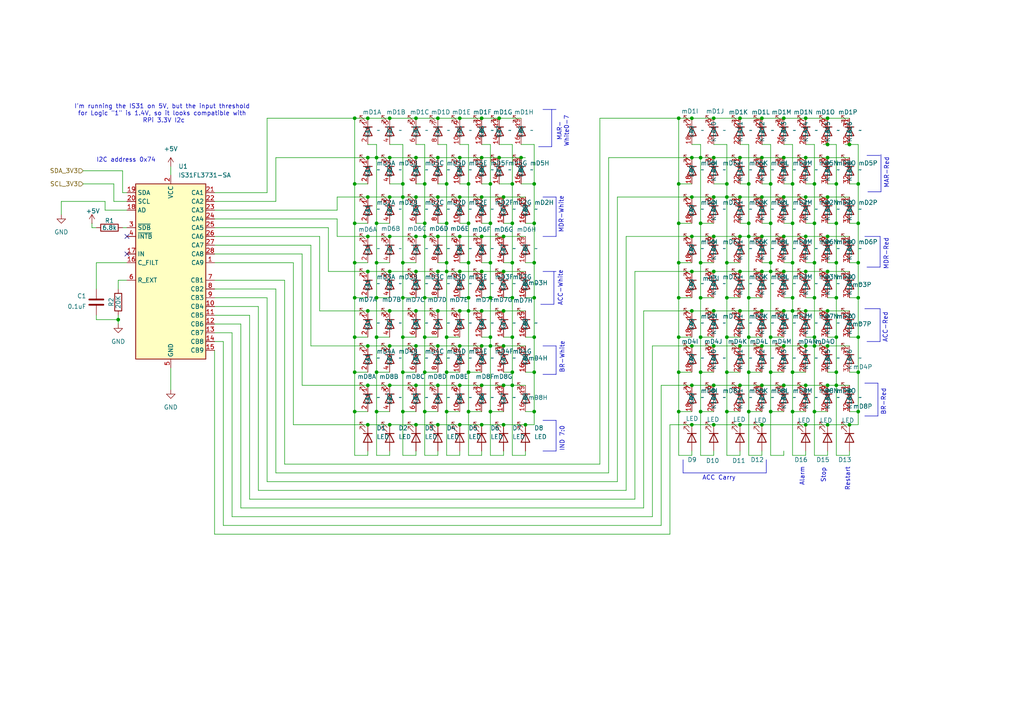
<source format=kicad_sch>
(kicad_sch (version 20231120) (generator "eeschema") (generator_version "8.0")
  (paper "A4")
  (lib_symbols
    (symbol "Device:C" (pin_numbers hide) (pin_names (offset 0.254))
      (property "Reference" "C" (at 0.635 2.54 0))
      (property "Value" "C" (at 0.635 -2.54 0))
      (symbol "C_1_1"
        (pin passive line (at 0 3.81 270) (length 2.794) (name "~") (number "1"))
        (pin passive line (at 0 -3.81 90) (length 2.794) (name "~") (number "2"))
      )
    )
    (symbol "Device:LED" (pin_numbers hide) (pin_names (offset 1.016) hide)
      (property "Reference" "D" (at 0 2.54 0))
      (property "Value" "LED" (at 0 -2.54 0))
      (symbol "LED_1_1"
        (pin passive line (at -3.81 0 0) (length 2.54) (name "K") (number "1"))
        (pin passive line (at 3.81 0 180) (length 2.54) (name "A") (number "2"))
      )
    )
    (symbol "Device:R" (pin_numbers hide) (pin_names (offset 0))
      (property "Reference" "R" (at 2.032 0 90))
      (property "Value" "R" (at 0 0 90))
      (symbol "R_1_1"
        (pin passive line (at 0 3.81 270) (length 1.27) (name "~") (number "1"))
        (pin passive line (at 0 -3.81 90) (length 1.27) (name "~") (number "2"))
      )
    )
    (symbol "Driver_LED:IS31FL3731-SA"
      (property "Reference" "U" (at -10.16 26.035 0))
      (property "Value" "IS31FL3731-SA" (at 2.54 -26.035 0))
      (symbol "IS31FL3731-SA_1_1"
        (pin bidirectional line (at 12.7 2.54 180) (length 2.54) (name "CA9") (number "1"))
        (pin bidirectional line (at 12.7 -10.16 180) (length 2.54) (name "CB4") (number "10"))
        (pin bidirectional line (at 12.7 -12.7 180) (length 2.54) (name "CB5") (number "11"))
        (pin bidirectional line (at 12.7 -15.24 180) (length 2.54) (name "CB6") (number "12"))
        (pin bidirectional line (at 12.7 -17.78 180) (length 2.54) (name "CB7") (number "13"))
        (pin bidirectional line (at 12.7 -20.32 180) (length 2.54) (name "CB8") (number "14"))
        (pin bidirectional line (at 12.7 -22.86 180) (length 2.54) (name "CB9") (number "15"))
        (pin passive line (at -12.7 2.54 0) (length 2.54) (name "C_FILT") (number "16"))
        (pin input line (at -12.7 5.08 0) (length 2.54) (name "IN") (number "17"))
        (pin input line (at -12.7 17.78 0) (length 2.54) (name "AD") (number "18"))
        (pin bidirectional line (at -12.7 22.86 0) (length 2.54) (name "SDA") (number "19"))
        (pin power_in line (at 0 27.94 270) (length 2.54) (name "VCC") (number "2"))
        (pin input line (at -12.7 20.32 0) (length 2.54) (name "SCL") (number "20"))
        (pin bidirectional line (at 12.7 22.86 180) (length 2.54) (name "CA1") (number "21"))
        (pin bidirectional line (at 12.7 20.32 180) (length 2.54) (name "CA2") (number "22"))
        (pin bidirectional line (at 12.7 17.78 180) (length 2.54) (name "CA3") (number "23"))
        (pin bidirectional line (at 12.7 15.24 180) (length 2.54) (name "CA4") (number "24"))
        (pin bidirectional line (at 12.7 12.7 180) (length 2.54) (name "CA5") (number "25"))
        (pin bidirectional line (at 12.7 10.16 180) (length 2.54) (name "CA6") (number "26"))
        (pin bidirectional line (at 12.7 7.62 180) (length 2.54) (name "CA7") (number "27"))
        (pin bidirectional line (at 12.7 5.08 180) (length 2.54) (name "CA8") (number "28"))
        (pin input line (at -12.7 12.7 0) (length 2.54) (name "~{SDB}") (number "3"))
        (pin open_collector line (at -12.7 10.16 0) (length 2.54) (name "~{INTB}") (number "4"))
        (pin power_in line (at 0 -27.94 90) (length 2.54) (name "GND") (number "5"))
        (pin passive line (at -12.7 -2.54 0) (length 2.54) (name "R_EXT") (number "6"))
        (pin bidirectional line (at 12.7 -2.54 180) (length 2.54) (name "CB1") (number "7"))
        (pin bidirectional line (at 12.7 -5.08 180) (length 2.54) (name "CB2") (number "8"))
        (pin bidirectional line (at 12.7 -7.62 180) (length 2.54) (name "CB3") (number "9"))
      )
    )
    (symbol "mWW_Library:LEDx16"
      (property "Reference" "mD" (at -0.254 2.286 0))
      (symbol "LEDx16_1_1"
        (pin passive line (at -3.81 0 0) (length 2.54) (name "K1") (number "1"))
        (pin passive line (at 3.81 0 180) (length 2.54) (name "A1") (number "2"))
      )
      (symbol "LEDx16_2_1"
        (pin passive line (at -3.81 0 0) (length 2.54) (name "K2") (number "3"))
        (pin passive line (at 3.81 0 180) (length 2.54) (name "A2") (number "4"))
      )
      (symbol "LEDx16_3_1"
        (pin passive line (at -3.81 0 0) (length 2.54) (name "K3") (number "5"))
        (pin passive line (at 3.81 0 180) (length 2.54) (name "A3") (number "6"))
      )
      (symbol "LEDx16_4_1"
        (pin passive line (at -3.81 0 0) (length 2.54) (name "K4") (number "7"))
        (pin passive line (at 3.81 0 180) (length 2.54) (name "A4") (number "8"))
      )
      (symbol "LEDx16_5_1"
        (pin passive line (at 3.81 0 180) (length 2.54) (name "A5") (number "10"))
        (pin passive line (at -3.81 0 0) (length 2.54) (name "K5") (number "9"))
      )
      (symbol "LEDx16_6_1"
        (pin passive line (at -3.81 0 0) (length 2.54) (name "K6") (number "11"))
        (pin passive line (at 3.81 0 180) (length 2.54) (name "A6") (number "12"))
      )
      (symbol "LEDx16_7_1"
        (pin passive line (at -3.81 0 0) (length 2.54) (name "K7") (number "13"))
        (pin passive line (at 3.81 0 180) (length 2.54) (name "A7") (number "14"))
      )
      (symbol "LEDx16_8_1"
        (pin passive line (at -3.81 0 0) (length 2.54) (name "K8") (number "15"))
        (pin passive line (at 3.81 0 180) (length 2.54) (name "A8") (number "16"))
      )
      (symbol "LEDx16_9_1"
        (pin passive line (at -3.81 0 0) (length 2.54) (name "K9") (number "17"))
        (pin passive line (at 3.81 0 180) (length 2.54) (name "A9") (number "18"))
      )
      (symbol "LEDx16_10_1"
        (pin passive line (at -3.81 0 0) (length 2.54) (name "K10") (number "19"))
        (pin passive line (at 3.81 0 180) (length 2.54) (name "A10") (number "20"))
      )
      (symbol "LEDx16_11_1"
        (pin passive line (at -3.81 0 0) (length 2.54) (name "K11") (number "21"))
        (pin passive line (at 3.81 0 180) (length 2.54) (name "A11") (number "22"))
      )
      (symbol "LEDx16_12_1"
        (pin passive line (at -3.81 0 0) (length 2.54) (name "K12") (number "23"))
        (pin passive line (at 3.81 0 180) (length 2.54) (name "A12") (number "24"))
      )
      (symbol "LEDx16_13_1"
        (pin passive line (at -3.81 0 0) (length 2.54) (name "K13") (number "25"))
        (pin passive line (at 3.81 0 180) (length 2.54) (name "A13") (number "26"))
      )
      (symbol "LEDx16_14_1"
        (pin passive line (at -3.81 0 0) (length 2.54) (name "K14") (number "27"))
        (pin passive line (at 3.81 0 180) (length 2.54) (name "A14") (number "28"))
      )
      (symbol "LEDx16_15_1"
        (pin passive line (at -3.81 0 0) (length 2.54) (name "K15") (number "29"))
        (pin passive line (at 3.81 0 180) (length 2.54) (name "A15") (number "30"))
      )
      (symbol "LEDx16_16_1"
        (pin passive line (at -3.81 0 0) (length 2.54) (name "K16") (number "31"))
        (pin passive line (at 3.81 0 180) (length 2.54) (name "A16") (number "32"))
      )
    )
    (symbol "power:+5V" (power) (pin_numbers hide) (pin_names (offset 0) hide)
      (property "Value" "+5V" (at 0 3.556 0))
      (symbol "+5V_1_1"
        (pin power_in line (at 0 0 90) (length 0) (name "~") (number "1"))
      )
    )
    (symbol "power:GND" (power) (pin_numbers hide) (pin_names (offset 0) hide)
      (property "Value" "GND" (at 0 -3.81 0))
      (symbol "GND_1_1"
        (pin power_in line (at 0 0 270) (length 0) (name "~") (number "1"))
      )
    )
  )
  (junction (at 106.68 34.29))
  (junction (at 154.94 76.2))
  (junction (at 116.84 86.36))
  (junction (at 200.66 100.33))
  (junction (at 227.33 34.29))
  (junction (at 200.66 57.15))
  (junction (at 214.63 78.74))
  (junction (at 207.01 34.29))
  (junction (at 102.87 119.38))
  (junction (at 203.2 45.72))
  (junction (at 223.52 53.34))
  (junction (at 139.7 68.58))
  (junction (at 113.03 34.29))
  (junction (at 148.59 107.95))
  (junction (at 127 68.58))
  (junction (at 135.89 90.17))
  (junction (at 139.7 78.74))
  (junction (at 106.68 90.17))
  (junction (at 200.66 90.17))
  (junction (at 236.22 64.77))
  (junction (at 214.63 100.33))
  (junction (at 248.92 53.34))
  (junction (at 154.94 107.95))
  (junction (at 229.87 76.2))
  (junction (at 146.05 57.15))
  (junction (at 129.54 64.77))
  (junction (at 148.59 53.34))
  (junction (at 200.66 34.29))
  (junction (at 133.35 100.33))
  (junction (at 127 100.33))
  (junction (at 220.98 78.74))
  (junction (at 154.94 119.38))
  (junction (at 248.92 76.2))
  (junction (at 154.94 64.77))
  (junction (at 210.82 76.2))
  (junction (at 133.35 78.74))
  (junction (at 146.05 78.74))
  (junction (at 154.94 86.36))
  (junction (at 154.94 53.34))
  (junction (at 220.98 90.17))
  (junction (at 123.19 68.58))
  (junction (at 142.24 76.2))
  (junction (at 142.24 53.34))
  (junction (at 116.84 119.38))
  (junction (at 123.19 86.36))
  (junction (at 113.03 57.15))
  (junction (at 214.63 68.58))
  (junction (at 139.7 111.76))
  (junction (at 142.24 119.38))
  (junction (at 133.35 45.72))
  (junction (at 106.68 45.72))
  (junction (at 227.33 45.72))
  (junction (at 210.82 57.15))
  (junction (at 102.87 107.95))
  (junction (at 127 90.17))
  (junction (at 214.63 57.15))
  (junction (at 109.22 64.77))
  (junction (at 102.87 34.29))
  (junction (at 148.59 86.36))
  (junction (at 223.52 97.79))
  (junction (at 120.65 78.74))
  (junction (at 229.87 64.77))
  (junction (at 146.05 90.17))
  (junction (at 233.68 100.33))
  (junction (at 113.03 78.74))
  (junction (at 139.7 100.33))
  (junction (at 223.52 64.77))
  (junction (at 133.35 57.15))
  (junction (at 217.17 53.34))
  (junction (at 127 45.72))
  (junction (at 146.05 111.76))
  (junction (at 233.68 34.29))
  (junction (at 220.98 45.72))
  (junction (at 120.65 90.17))
  (junction (at 227.33 100.33))
  (junction (at 233.68 68.58))
  (junction (at 240.03 123.19))
  (junction (at 154.94 97.79))
  (junction (at 146.05 100.33))
  (junction (at 203.2 97.79))
  (junction (at 236.22 86.36))
  (junction (at 129.54 53.34))
  (junction (at 229.87 53.34))
  (junction (at 146.05 68.58))
  (junction (at 102.87 97.79))
  (junction (at 240.03 90.17))
  (junction (at 129.54 76.2))
  (junction (at 116.84 97.79))
  (junction (at 214.63 34.29))
  (junction (at 233.68 78.74))
  (junction (at 200.66 111.76))
  (junction (at 227.33 57.15))
  (junction (at 229.87 119.38))
  (junction (at 210.82 97.79))
  (junction (at 200.66 123.19))
  (junction (at 113.03 111.76))
  (junction (at 207.01 90.17))
  (junction (at 142.24 100.33))
  (junction (at 203.2 86.36))
  (junction (at 207.01 123.19))
  (junction (at 129.54 119.38))
  (junction (at 123.19 119.38))
  (junction (at 135.89 53.34))
  (junction (at 109.22 45.72))
  (junction (at 120.65 100.33))
  (junction (at 214.63 45.72))
  (junction (at 214.63 90.17))
  (junction (at 148.59 76.2))
  (junction (at 240.03 57.15))
  (junction (at 133.35 123.19))
  (junction (at 133.35 111.76))
  (junction (at 106.68 68.58))
  (junction (at 116.84 57.15))
  (junction (at 106.68 111.76))
  (junction (at 196.85 53.34))
  (junction (at 210.82 53.34))
  (junction (at 113.03 68.58))
  (junction (at 109.22 86.36))
  (junction (at 207.01 78.74))
  (junction (at 227.33 111.76))
  (junction (at 196.85 76.2))
  (junction (at 148.59 64.77))
  (junction (at 133.35 68.58))
  (junction (at 233.68 57.15))
  (junction (at 207.01 111.76))
  (junction (at 203.2 64.77))
  (junction (at 129.54 107.95))
  (junction (at 207.01 45.72))
  (junction (at 106.68 57.15))
  (junction (at 142.24 86.36))
  (junction (at 127 111.76))
  (junction (at 135.89 64.77))
  (junction (at 242.57 76.2))
  (junction (at 120.65 123.19))
  (junction (at 229.87 90.17))
  (junction (at 113.03 123.19))
  (junction (at 116.84 53.34))
  (junction (at 240.03 100.33))
  (junction (at 220.98 57.15))
  (junction (at 106.68 78.74))
  (junction (at 217.17 86.36))
  (junction (at 236.22 119.38))
  (junction (at 220.98 68.58))
  (junction (at 139.7 90.17))
  (junction (at 246.38 41.91))
  (junction (at 113.03 90.17))
  (junction (at 236.22 97.79))
  (junction (at 148.59 111.76))
  (junction (at 240.03 41.91))
  (junction (at 139.7 57.15))
  (junction (at 196.85 34.29))
  (junction (at 223.52 119.38))
  (junction (at 227.33 78.74))
  (junction (at 233.68 90.17))
  (junction (at 203.2 119.38))
  (junction (at 102.87 64.77))
  (junction (at 220.98 111.76))
  (junction (at 248.92 107.95))
  (junction (at 229.87 107.95))
  (junction (at 120.65 111.76))
  (junction (at 152.4 123.19))
  (junction (at 109.22 97.79))
  (junction (at 123.19 97.79))
  (junction (at 102.87 53.34))
  (junction (at 248.92 86.36))
  (junction (at 127 78.74))
  (junction (at 248.92 97.79))
  (junction (at 139.7 123.19))
  (junction (at 127 123.19))
  (junction (at 200.66 68.58))
  (junction (at 236.22 100.33))
  (junction (at 102.87 86.36))
  (junction (at 106.68 100.33))
  (junction (at 106.68 123.19))
  (junction (at 123.19 107.95))
  (junction (at 146.05 123.19))
  (junction (at 233.68 111.76))
  (junction (at 229.87 86.36))
  (junction (at 109.22 76.2))
  (junction (at 242.57 97.79))
  (junction (at 220.98 100.33))
  (junction (at 242.57 111.76))
  (junction (at 233.68 45.72))
  (junction (at 214.63 111.76))
  (junction (at 120.65 57.15))
  (junction (at 227.33 90.17))
  (junction (at 109.22 119.38))
  (junction (at 109.22 107.95))
  (junction (at 139.7 45.72))
  (junction (at 102.87 76.2))
  (junction (at 207.01 57.15))
  (junction (at 142.24 64.77))
  (junction (at 196.85 107.95))
  (junction (at 217.17 107.95))
  (junction (at 123.19 53.34))
  (junction (at 127 57.15))
  (junction (at 240.03 78.74))
  (junction (at 217.17 68.58))
  (junction (at 34.29 92.71))
  (junction (at 148.59 97.79))
  (junction (at 223.52 76.2))
  (junction (at 135.89 119.38))
  (junction (at 240.03 111.76))
  (junction (at 223.52 78.74))
  (junction (at 116.84 107.95))
  (junction (at 120.65 34.29))
  (junction (at 151.13 45.72))
  (junction (at 207.01 100.33))
  (junction (at 220.98 34.29))
  (junction (at 236.22 76.2))
  (junction (at 120.65 45.72))
  (junction (at 240.03 45.72))
  (junction (at 248.92 64.77))
  (junction (at 210.82 86.36))
  (junction (at 233.68 123.19))
  (junction (at 144.78 34.29))
  (junction (at 236.22 53.34))
  (junction (at 240.03 68.58))
  (junction (at 242.57 86.36))
  (junction (at 123.19 64.77))
  (junction (at 196.85 97.79))
  (junction (at 227.33 68.58))
  (junction (at 133.35 90.17))
  (junction (at 142.24 97.79))
  (junction (at 113.03 45.72))
  (junction (at 135.89 76.2))
  (junction (at 217.17 64.77))
  (junction (at 196.85 119.38))
  (junction (at 207.01 68.58))
  (junction (at 129.54 78.74))
  (junction (at 214.63 123.19))
  (junction (at 116.84 76.2))
  (junction (at 248.92 119.38))
  (junction (at 242.57 64.77))
  (junction (at 217.17 119.38))
  (junction (at 120.65 68.58))
  (junction (at 210.82 107.95))
  (junction (at 203.2 107.95))
  (junction (at 242.57 107.95))
  (junction (at 210.82 119.38))
  (junction (at 113.03 100.33))
  (junction (at 135.89 107.95))
  (junction (at 242.57 53.34))
  (junction (at 196.85 86.36))
  (junction (at 220.98 123.19))
  (junction (at 223.52 107.95))
  (junction (at 200.66 78.74))
  (junction (at 139.7 34.29))
  (junction (at 240.03 34.29))
  (junction (at 144.78 45.72))
  (junction (at 246.38 123.19))
  (junction (at 127 34.29))
  (junction (at 129.54 97.79))
  (junction (at 200.66 45.72))
  (junction (at 196.85 64.77))
  (junction (at 203.2 76.2))
  (junction (at 133.35 34.29))
  (junction (at 135.89 86.36))
  (junction (at 217.17 97.79))
  (no_connect (at 36.83 73.66))
  (no_connect (at 36.83 68.58))
  (wire (pts (xy 116.84 119.38) (xy 120.65 119.38)))
  (wire (pts (xy 203.2 86.36) (xy 207.01 86.36)))
  (wire (pts (xy 236.22 97.79) (xy 236.22 100.33)))
  (wire (pts (xy 120.65 45.72) (xy 127 45.72)))
  (wire (pts (xy 127 34.29) (xy 133.35 34.29)))
  (wire (pts (xy 139.7 100.33) (xy 142.24 100.33)))
  (wire (pts (xy 109.22 86.36) (xy 109.22 97.79)))
  (wire (pts (xy 227.33 76.2) (xy 229.87 76.2)))
  (wire (pts (xy 200.66 132.08) (xy 196.85 132.08)))
  (wire (pts (xy 196.85 53.34) (xy 196.85 64.77)))
  (wire (pts (xy 246.38 86.36) (xy 248.92 86.36)))
  (wire (pts (xy 200.66 68.58) (xy 207.01 68.58)))
  (wire (pts (xy 196.85 76.2) (xy 196.85 86.36)))
  (wire (pts (xy 34.29 92.71) (xy 34.29 93.98)))
  (wire (pts (xy 196.85 97.79) (xy 196.85 107.95)))
  (wire (pts (xy 120.65 130.81) (xy 120.65 132.08)))
  (wire (pts (xy 77.47 34.29) (xy 102.87 34.29)))
  (wire (pts (xy 102.87 97.79) (xy 106.68 97.79)))
  (wire (pts (xy 196.85 34.29) (xy 196.85 53.34)))
  (wire (pts (xy 233.68 45.72) (xy 240.03 45.72)))
  (polyline (pts (xy 255.524 44.831) (xy 255.524 55.626)))
  (wire (pts (xy 196.85 107.95) (xy 196.85 119.38)))
  (wire (pts (xy 207.01 41.91) (xy 210.82 41.91)))
  (wire (pts (xy 200.66 123.19) (xy 194.31 123.19)))
  (wire (pts (xy 135.89 119.38) (xy 139.7 119.38)))
  (wire (pts (xy 246.38 76.2) (xy 248.92 76.2)))
  (wire (pts (xy 127 45.72) (xy 133.35 45.72)))
  (wire (pts (xy 152.4 130.81) (xy 152.4 132.08)))
  (wire (pts (xy 203.2 64.77) (xy 203.2 76.2)))
  (wire (pts (xy 102.87 119.38) (xy 102.87 132.08)))
  (wire (pts (xy 135.89 119.38) (xy 135.89 132.08)))
  (wire (pts (xy 248.92 107.95) (xy 248.92 119.38)))
  (wire (pts (xy 207.01 53.34) (xy 210.82 53.34)))
  (wire (pts (xy 133.35 34.29) (xy 139.7 34.29)))
  (wire (pts (xy 146.05 86.36) (xy 148.59 86.36)))
  (wire (pts (xy 133.35 123.19) (xy 127 123.19)))
  (wire (pts (xy 113.03 34.29) (xy 120.65 34.29)))
  (wire (pts (xy 214.63 45.72) (xy 220.98 45.72)))
  (wire (pts (xy 223.52 132.08) (xy 227.33 132.08)))
  (wire (pts (xy 106.68 34.29) (xy 113.03 34.29)))
  (wire (pts (xy 223.52 107.95) (xy 223.52 119.38)))
  (wire (pts (xy 62.23 86.36) (xy 77.47 86.36)))
  (wire (pts (xy 148.59 107.95) (xy 148.59 111.76)))
  (wire (pts (xy 184.15 78.74) (xy 200.66 78.74)))
  (wire (pts (xy 34.29 81.28) (xy 34.29 83.82)))
  (wire (pts (xy 240.03 107.95) (xy 242.57 107.95)))
  (wire (pts (xy 233.68 130.81) (xy 233.68 132.08)))
  (polyline (pts (xy 157.48 121.92) (xy 161.29 121.92)))
  (wire (pts (xy 148.59 53.34) (xy 148.59 64.77)))
  (wire (pts (xy 129.54 119.38) (xy 133.35 119.38)))
  (wire (pts (xy 236.22 100.33) (xy 236.22 119.38)))
  (wire (pts (xy 217.17 107.95) (xy 217.17 97.79)))
  (wire (pts (xy 207.01 78.74) (xy 214.63 78.74)))
  (wire (pts (xy 116.84 97.79) (xy 120.65 97.79)))
  (wire (pts (xy 242.57 97.79) (xy 242.57 107.95)))
  (wire (pts (xy 148.59 64.77) (xy 148.59 76.2)))
  (wire (pts (xy 113.03 132.08) (xy 113.03 130.81)))
  (wire (pts (xy 113.03 100.33) (xy 120.65 100.33)))
  (wire (pts (xy 36.83 55.88) (xy 35.56 55.88)))
  (wire (pts (xy 200.66 34.29) (xy 207.01 34.29)))
  (wire (pts (xy 142.24 53.34) (xy 142.24 41.91)))
  (wire (pts (xy 148.59 41.91) (xy 144.78 41.91)))
  (wire (pts (xy 229.87 64.77) (xy 229.87 53.34)))
  (wire (pts (xy 102.87 86.36) (xy 102.87 97.79)))
  (wire (pts (xy 123.19 97.79) (xy 127 97.79)))
  (wire (pts (xy 62.23 66.04) (xy 95.25 66.04)))
  (wire (pts (xy 116.84 86.36) (xy 120.65 86.36)))
  (wire (pts (xy 97.79 68.58) (xy 106.68 68.58)))
  (wire (pts (xy 102.87 34.29) (xy 106.68 34.29)))
  (wire (pts (xy 246.38 123.19) (xy 248.92 123.19)))
  (wire (pts (xy 210.82 119.38) (xy 214.63 119.38)))
  (wire (pts (xy 116.84 76.2) (xy 116.84 86.36)))
  (wire (pts (xy 142.24 76.2) (xy 142.24 64.77)))
  (wire (pts (xy 113.03 45.72) (xy 120.65 45.72)))
  (wire (pts (xy 95.25 78.74) (xy 95.25 66.04)))
  (wire (pts (xy 139.7 97.79) (xy 142.24 97.79)))
  (wire (pts (xy 227.33 45.72) (xy 233.68 45.72)))
  (wire (pts (xy 116.84 107.95) (xy 120.65 107.95)))
  (wire (pts (xy 245.11 41.91) (xy 246.38 41.91)))
  (wire (pts (xy 229.87 41.91) (xy 227.33 41.91)))
  (wire (pts (xy 67.31 96.52) (xy 67.31 149.86)))
  (wire (pts (xy 236.22 76.2) (xy 236.22 64.77)))
  (wire (pts (xy 217.17 119.38) (xy 220.98 119.38)))
  (wire (pts (xy 109.22 45.72) (xy 109.22 64.77)))
  (wire (pts (xy 62.23 60.96) (xy 97.79 60.96)))
  (wire (pts (xy 95.25 78.74) (xy 106.68 78.74)))
  (wire (pts (xy 62.23 71.12) (xy 90.17 71.12)))
  (polyline (pts (xy 157.48 57.15) (xy 161.29 57.15)))
  (wire (pts (xy 113.03 123.19) (xy 106.68 123.19)))
  (wire (pts (xy 106.68 57.15) (xy 113.03 57.15)))
  (wire (pts (xy 173.99 34.29) (xy 196.85 34.29)))
  (wire (pts (xy 207.01 100.33) (xy 214.63 100.33)))
  (wire (pts (xy 92.71 90.17) (xy 106.68 90.17)))
  (wire (pts (xy 233.68 90.17) (xy 240.03 90.17)))
  (wire (pts (xy 135.89 90.17) (xy 135.89 86.36)))
  (wire (pts (xy 181.61 142.24) (xy 181.61 68.58)))
  (wire (pts (xy 227.33 78.74) (xy 233.68 78.74)))
  (wire (pts (xy 223.52 78.74) (xy 223.52 76.2)))
  (polyline (pts (xy 255.27 68.58) (xy 255.27 77.47)))
  (wire (pts (xy 102.87 53.34) (xy 102.87 64.77)))
  (wire (pts (xy 62.23 96.52) (xy 67.31 96.52)))
  (wire (pts (xy 246.38 97.79) (xy 248.92 97.79)))
  (wire (pts (xy 184.15 144.78) (xy 184.15 78.74)))
  (wire (pts (xy 229.87 107.95) (xy 229.87 90.17)))
  (wire (pts (xy 210.82 97.79) (xy 210.82 107.95)))
  (wire (pts (xy 203.2 119.38) (xy 203.2 132.08)))
  (wire (pts (xy 214.63 100.33) (xy 220.98 100.33)))
  (wire (pts (xy 102.87 97.79) (xy 102.87 107.95)))
  (wire (pts (xy 248.92 64.77) (xy 248.92 76.2)))
  (wire (pts (xy 200.66 90.17) (xy 207.01 90.17)))
  (wire (pts (xy 146.05 57.15) (xy 152.4 57.15)))
  (wire (pts (xy 139.7 41.91) (xy 142.24 41.91)))
  (wire (pts (xy 113.03 41.91) (xy 116.84 41.91)))
  (wire (pts (xy 196.85 119.38) (xy 196.85 132.08)))
  (wire (pts (xy 242.57 64.77) (xy 242.57 76.2)))
  (wire (pts (xy 236.22 100.33) (xy 240.03 100.33)))
  (wire (pts (xy 24.13 53.34) (xy 33.02 53.34)))
  (wire (pts (xy 194.31 123.19) (xy 194.31 154.94)))
  (wire (pts (xy 146.05 90.17) (xy 152.4 90.17)))
  (wire (pts (xy 246.38 130.81) (xy 246.38 132.08)))
  (wire (pts (xy 154.94 97.79) (xy 154.94 107.95)))
  (wire (pts (xy 133.35 100.33) (xy 139.7 100.33)))
  (wire (pts (xy 214.63 132.08) (xy 210.82 132.08)))
  (wire (pts (xy 246.38 53.34) (xy 248.92 53.34)))
  (wire (pts (xy 135.89 41.91) (xy 133.35 41.91)))
  (wire (pts (xy 139.7 130.81) (xy 139.7 132.08)))
  (wire (pts (xy 240.03 41.91) (xy 238.76 41.91)))
  (wire (pts (xy 113.03 53.34) (xy 116.84 53.34)))
  (wire (pts (xy 227.33 100.33) (xy 233.68 100.33)))
  (wire (pts (xy 106.68 111.76) (xy 113.03 111.76)))
  (wire (pts (xy 154.94 53.34) (xy 154.94 64.77)))
  (wire (pts (xy 133.35 68.58) (xy 139.7 68.58)))
  (wire (pts (xy 207.01 57.15) (xy 210.82 57.15)))
  (wire (pts (xy 142.24 97.79) (xy 142.24 86.36)))
  (wire (pts (xy 142.24 86.36) (xy 142.24 76.2)))
  (wire (pts (xy 220.98 100.33) (xy 227.33 100.33)))
  (polyline (pts (xy 222.25 133.35) (xy 222.25 137.16)))
  (wire (pts (xy 142.24 132.08) (xy 146.05 132.08)))
  (wire (pts (xy 116.84 119.38) (xy 116.84 132.08)))
  (polyline (pts (xy 250.825 111.125) (xy 254.635 111.125)))
  (wire (pts (xy 26.67 66.04) (xy 27.94 66.04)))
  (wire (pts (xy 229.87 90.17) (xy 233.68 90.17)))
  (wire (pts (xy 210.82 76.2) (xy 214.63 76.2)))
  (wire (pts (xy 200.66 45.72) (xy 203.2 45.72)))
  (wire (pts (xy 189.23 149.86) (xy 189.23 100.33)))
  (wire (pts (xy 220.98 111.76) (xy 227.33 111.76)))
  (wire (pts (xy 109.22 76.2) (xy 109.22 86.36)))
  (wire (pts (xy 106.68 132.08) (xy 102.87 132.08)))
  (polyline (pts (xy 157.48 31.75) (xy 161.29 31.75)))
  (wire (pts (xy 49.53 106.68) (xy 49.53 113.03)))
  (wire (pts (xy 120.65 53.34) (xy 123.19 53.34)))
  (wire (pts (xy 240.03 34.29) (xy 246.38 34.29)))
  (wire (pts (xy 148.59 86.36) (xy 148.59 97.79)))
  (wire (pts (xy 109.22 107.95) (xy 109.22 119.38)))
  (wire (pts (xy 179.07 139.7) (xy 179.07 57.15)))
  (wire (pts (xy 151.13 53.34) (xy 154.94 53.34)))
  (wire (pts (xy 233.68 64.77) (xy 236.22 64.77)))
  (wire (pts (xy 233.68 123.19) (xy 240.03 123.19)))
  (wire (pts (xy 127 130.81) (xy 127 132.08)))
  (wire (pts (xy 227.33 64.77) (xy 229.87 64.77)))
  (polyline (pts (xy 255.27 89.535) (xy 255.27 99.06)))
  (wire (pts (xy 106.68 123.19) (xy 85.09 123.19)))
  (wire (pts (xy 220.98 64.77) (xy 223.52 64.77)))
  (wire (pts (xy 27.94 91.44) (xy 27.94 92.71)))
  (wire (pts (xy 74.93 142.24) (xy 181.61 142.24)))
  (wire (pts (xy 135.89 107.95) (xy 135.89 90.17)))
  (wire (pts (xy 236.22 97.79) (xy 236.22 86.36)))
  (polyline (pts (xy 157.48 130.81) (xy 161.29 130.81)))
  (wire (pts (xy 154.94 76.2) (xy 154.94 86.36)))
  (wire (pts (xy 113.03 68.58) (xy 120.65 68.58)))
  (wire (pts (xy 203.2 97.79) (xy 203.2 107.95)))
  (wire (pts (xy 203.2 76.2) (xy 203.2 86.36)))
  (wire (pts (xy 133.35 90.17) (xy 135.89 90.17)))
  (wire (pts (xy 77.47 139.7) (xy 179.07 139.7)))
  (polyline (pts (xy 254.635 111.125) (xy 254.635 120.65)))
  (wire (pts (xy 203.2 86.36) (xy 203.2 97.79)))
  (wire (pts (xy 236.22 132.08) (xy 240.03 132.08)))
  (wire (pts (xy 120.65 90.17) (xy 127 90.17)))
  (wire (pts (xy 148.59 76.2) (xy 148.59 86.36)))
  (wire (pts (xy 113.03 111.76) (xy 120.65 111.76)))
  (wire (pts (xy 148.59 111.76) (xy 148.59 132.08)))
  (wire (pts (xy 240.03 45.72) (xy 246.38 45.72)))
  (wire (pts (xy 97.79 68.58) (xy 97.79 63.5)))
  (wire (pts (xy 223.52 107.95) (xy 227.33 107.95)))
  (wire (pts (xy 139.7 45.72) (xy 144.78 45.72)))
  (wire (pts (xy 223.52 41.91) (xy 220.98 41.91)))
  (wire (pts (xy 80.01 45.72) (xy 80.01 58.42)))
  (wire (pts (xy 196.85 107.95) (xy 200.66 107.95)))
  (wire (pts (xy 200.66 41.91) (xy 203.2 41.91)))
  (wire (pts (xy 64.77 99.06) (xy 62.23 99.06)))
  (wire (pts (xy 109.22 64.77) (xy 109.22 76.2)))
  (wire (pts (xy 214.63 123.19) (xy 207.01 123.19)))
  (wire (pts (xy 220.98 68.58) (xy 227.33 68.58)))
  (wire (pts (xy 203.2 97.79) (xy 207.01 97.79)))
  (wire (pts (xy 233.68 111.76) (xy 240.03 111.76)))
  (wire (pts (xy 210.82 97.79) (xy 214.63 97.79)))
  (polyline (pts (xy 250.825 89.535) (xy 255.27 89.535)))
  (wire (pts (xy 220.98 34.29) (xy 227.33 34.29)))
  (wire (pts (xy 229.87 107.95) (xy 233.68 107.95)))
  (wire (pts (xy 242.57 111.76) (xy 242.57 132.08)))
  (wire (pts (xy 214.63 90.17) (xy 220.98 90.17)))
  (wire (pts (xy 203.2 64.77) (xy 207.01 64.77)))
  (polyline (pts (xy 161.29 121.92) (xy 161.29 130.81)))
  (wire (pts (xy 116.84 76.2) (xy 120.65 76.2)))
  (wire (pts (xy 229.87 90.17) (xy 229.87 86.36)))
  (wire (pts (xy 129.54 76.2) (xy 129.54 64.77)))
  (wire (pts (xy 203.2 132.08) (xy 207.01 132.08)))
  (wire (pts (xy 120.65 64.77) (xy 123.19 64.77)))
  (wire (pts (xy 72.39 91.44) (xy 72.39 144.78)))
  (wire (pts (xy 116.84 86.36) (xy 116.84 97.79)))
  (wire (pts (xy 87.63 73.66) (xy 87.63 111.76)))
  (wire (pts (xy 220.98 123.19) (xy 233.68 123.19)))
  (wire (pts (xy 146.05 78.74) (xy 152.4 78.74)))
  (wire (pts (xy 240.03 97.79) (xy 242.57 97.79)))
  (wire (pts (xy 242.57 41.91) (xy 242.57 53.34)))
  (wire (pts (xy 33.02 58.42) (xy 33.02 53.34)))
  (wire (pts (xy 80.01 45.72) (xy 106.68 45.72)))
  (wire (pts (xy 102.87 107.95) (xy 102.87 119.38)))
  (wire (pts (xy 203.2 41.91) (xy 203.2 45.72)))
  (wire (pts (xy 176.53 45.72) (xy 200.66 45.72)))
  (wire (pts (xy 127 53.34) (xy 129.54 53.34)))
  (wire (pts (xy 109.22 41.91) (xy 109.22 45.72)))
  (wire (pts (xy 203.2 45.72) (xy 207.01 45.72)))
  (wire (pts (xy 194.31 154.94) (xy 62.23 154.94)))
  (wire (pts (xy 133.35 53.34) (xy 135.89 53.34)))
  (wire (pts (xy 120.65 123.19) (xy 113.03 123.19)))
  (wire (pts (xy 207.01 132.08) (xy 207.01 130.81)))
  (wire (pts (xy 217.17 64.77) (xy 217.17 53.34)))
  (wire (pts (xy 129.54 64.77) (xy 129.54 53.34)))
  (wire (pts (xy 152.4 76.2) (xy 154.94 76.2)))
  (wire (pts (xy 109.22 45.72) (xy 113.03 45.72)))
  (wire (pts (xy 248.92 86.36) (xy 248.92 97.79)))
  (wire (pts (xy 220.98 45.72) (xy 227.33 45.72)))
  (wire (pts (xy 144.78 34.29) (xy 151.13 34.29)))
  (wire (pts (xy 207.01 111.76) (xy 214.63 111.76)))
  (wire (pts (xy 77.47 34.29) (xy 77.47 55.88)))
  (wire (pts (xy 90.17 100.33) (xy 90.17 71.12)))
  (wire (pts (xy 129.54 107.95) (xy 133.35 107.95)))
  (wire (pts (xy 120.65 111.76) (xy 127 111.76)))
  (wire (pts (xy 233.68 78.74) (xy 240.03 78.74)))
  (wire (pts (xy 229.87 76.2) (xy 229.87 64.77)))
  (wire (pts (xy 214.63 78.74) (xy 220.98 78.74)))
  (wire (pts (xy 127 68.58) (xy 133.35 68.58)))
  (wire (pts (xy 67.31 149.86) (xy 189.23 149.86)))
  (wire (pts (xy 127 100.33) (xy 133.35 100.33)))
  (wire (pts (xy 135.89 53.34) (xy 135.89 41.91)))
  (wire (pts (xy 102.87 76.2) (xy 106.68 76.2)))
  (wire (pts (xy 36.83 60.96) (xy 30.48 60.96)))
  (wire (pts (xy 85.09 123.19) (xy 85.09 76.2)))
  (wire (pts (xy 129.54 97.79) (xy 133.35 97.79)))
  (wire (pts (xy 62.23 91.44) (xy 72.39 91.44)))
  (wire (pts (xy 242.57 111.76) (xy 246.38 111.76)))
  (wire (pts (xy 200.66 100.33) (xy 207.01 100.33)))
  (wire (pts (xy 227.33 111.76) (xy 233.68 111.76)))
  (wire (pts (xy 123.19 41.91) (xy 120.65 41.91)))
  (wire (pts (xy 27.94 76.2) (xy 27.94 83.82)))
  (polyline (pts (xy 250.825 120.65) (xy 254.635 120.65)))
  (wire (pts (xy 109.22 76.2) (xy 113.03 76.2)))
  (polyline (pts (xy 250.825 68.58) (xy 255.27 68.58)))
  (wire (pts (xy 133.35 86.36) (xy 135.89 86.36)))
  (wire (pts (xy 102.87 64.77) (xy 106.68 64.77)))
  (wire (pts (xy 26.67 64.77) (xy 26.67 66.04)))
  (polyline (pts (xy 161.29 100.33) (xy 161.29 108.585)))
  (wire (pts (xy 220.98 130.81) (xy 220.98 132.08)))
  (wire (pts (xy 236.22 64.77) (xy 236.22 53.34)))
  (wire (pts (xy 181.61 68.58) (xy 200.66 68.58)))
  (wire (pts (xy 24.13 49.53) (xy 35.56 49.53)))
  (wire (pts (xy 248.92 76.2) (xy 248.92 86.36)))
  (wire (pts (xy 139.7 90.17) (xy 146.05 90.17)))
  (wire (pts (xy 248.92 97.79) (xy 248.92 107.95)))
  (wire (pts (xy 214.63 53.34) (xy 217.17 53.34)))
  (wire (pts (xy 242.57 76.2) (xy 242.57 86.36)))
  (wire (pts (xy 120.65 132.08) (xy 116.84 132.08)))
  (wire (pts (xy 109.22 119.38) (xy 109.22 132.08)))
  (wire (pts (xy 151.13 45.72) (xy 152.4 45.72)))
  (wire (pts (xy 227.33 57.15) (xy 233.68 57.15)))
  (wire (pts (xy 240.03 132.08) (xy 240.03 130.81)))
  (wire (pts (xy 196.85 53.34) (xy 200.66 53.34)))
  (wire (pts (xy 74.93 88.9) (xy 74.93 142.24)))
  (wire (pts (xy 116.84 53.34) (xy 116.84 57.15)))
  (wire (pts (xy 210.82 57.15) (xy 210.82 76.2)))
  (wire (pts (xy 233.68 76.2) (xy 236.22 76.2)))
  (wire (pts (xy 106.68 41.91) (xy 109.22 41.91)))
  (wire (pts (xy 102.87 76.2) (xy 102.87 86.36)))
  (wire (pts (xy 227.33 90.17) (xy 229.87 90.17)))
  (wire (pts (xy 186.69 147.32) (xy 69.85 147.32)))
  (wire (pts (xy 152.4 97.79) (xy 154.94 97.79)))
  (wire (pts (xy 129.54 107.95) (xy 129.54 97.79)))
  (wire (pts (xy 146.05 107.95) (xy 148.59 107.95)))
  (wire (pts (xy 191.77 111.76) (xy 191.77 152.4)))
  (wire (pts (xy 214.63 64.77) (xy 217.17 64.77)))
  (wire (pts (xy 214.63 111.76) (xy 220.98 111.76)))
  (wire (pts (xy 123.19 86.36) (xy 123.19 68.58)))
  (polyline (pts (xy 198.12 133.35) (xy 198.12 137.16)))
  (wire (pts (xy 62.23 88.9) (xy 74.93 88.9)))
  (wire (pts (xy 196.85 86.36) (xy 200.66 86.36)))
  (wire (pts (xy 186.69 90.17) (xy 200.66 90.17)))
  (wire (pts (xy 135.89 86.36) (xy 135.89 76.2)))
  (wire (pts (xy 220.98 132.08) (xy 217.17 132.08)))
  (wire (pts (xy 242.57 53.34) (xy 242.57 64.77)))
  (wire (pts (xy 139.7 76.2) (xy 142.24 76.2)))
  (wire (pts (xy 62.23 76.2) (xy 85.09 76.2)))
  (wire (pts (xy 113.03 90.17) (xy 120.65 90.17)))
  (wire (pts (xy 148.59 97.79) (xy 148.59 107.95)))
  (wire (pts (xy 227.33 86.36) (xy 229.87 86.36)))
  (wire (pts (xy 179.07 57.15) (xy 200.66 57.15)))
  (wire (pts (xy 203.2 107.95) (xy 207.01 107.95)))
  (wire (pts (xy 62.23 154.94) (xy 62.23 101.6)))
  (wire (pts (xy 154.94 119.38) (xy 154.94 123.19)))
  (wire (pts (xy 120.65 100.33) (xy 127 100.33)))
  (wire (pts (xy 139.7 68.58) (xy 146.05 68.58)))
  (wire (pts (xy 240.03 53.34) (xy 242.57 53.34)))
  (wire (pts (xy 210.82 53.34) (xy 210.82 57.15)))
  (wire (pts (xy 210.82 119.38) (xy 210.82 132.08)))
  (wire (pts (xy 242.57 41.91) (xy 240.03 41.91)))
  (wire (pts (xy 233.68 100.33) (xy 236.22 100.33)))
  (wire (pts (xy 196.85 64.77) (xy 200.66 64.77)))
  (wire (pts (xy 27.94 92.71) (xy 34.29 92.71)))
  (wire (pts (xy 246.38 64.77) (xy 248.92 64.77)))
  (wire (pts (xy 210.82 107.95) (xy 214.63 107.95)))
  (wire (pts (xy 146.05 132.08) (xy 146.05 130.81)))
  (wire (pts (xy 139.7 78.74) (xy 146.05 78.74)))
  (wire (pts (xy 196.85 86.36) (xy 196.85 97.79)))
  (wire (pts (xy 139.7 53.34) (xy 142.24 53.34)))
  (wire (pts (xy 27.94 76.2) (xy 36.83 76.2)))
  (wire (pts (xy 34.29 91.44) (xy 34.29 92.71)))
  (wire (pts (xy 223.52 53.34) (xy 223.52 41.91)))
  (polyline (pts (xy 251.46 99.06) (xy 255.27 99.06)))
  (wire (pts (xy 106.68 100.33) (xy 113.03 100.33)))
  (wire (pts (xy 64.77 152.4) (xy 64.77 99.06)))
  (wire (pts (xy 142.24 64.77) (xy 142.24 53.34)))
  (wire (pts (xy 120.65 34.29) (xy 127 34.29)))
  (wire (pts (xy 62.23 83.82) (xy 80.01 83.82)))
  (wire (pts (xy 144.78 53.34) (xy 148.59 53.34)))
  (wire (pts (xy 90.17 100.33) (xy 106.68 100.33)))
  (wire (pts (xy 233.68 57.15) (xy 240.03 57.15)))
  (wire (pts (xy 203.2 76.2) (xy 207.01 76.2)))
  (wire (pts (xy 69.85 147.32) (xy 69.85 93.98)))
  (wire (pts (xy 233.68 68.58) (xy 240.03 68.58)))
  (wire (pts (xy 214.63 130.81) (xy 214.63 132.08)))
  (wire (pts (xy 210.82 107.95) (xy 210.82 119.38)))
  (wire (pts (xy 80.01 83.82) (xy 80.01 137.16)))
  (polyline (pts (xy 251.46 77.47) (xy 255.27 77.47)))
  (wire (pts (xy 106.68 45.72) (xy 109.22 45.72)))
  (wire (pts (xy 220.98 53.34) (xy 223.52 53.34)))
  (wire (pts (xy 223.52 97.79) (xy 223.52 78.74)))
  (wire (pts (xy 223.52 64.77) (xy 223.52 53.34)))
  (wire (pts (xy 127 90.17) (xy 133.35 90.17)))
  (wire (pts (xy 152.4 119.38) (xy 154.94 119.38)))
  (wire (pts (xy 102.87 86.36) (xy 106.68 86.36)))
  (wire (pts (xy 135.89 90.17) (xy 139.7 90.17)))
  (wire (pts (xy 227.33 68.58) (xy 233.68 68.58)))
  (wire (pts (xy 109.22 119.38) (xy 113.03 119.38)))
  (wire (pts (xy 148.59 41.91) (xy 148.59 53.34)))
  (wire (pts (xy 97.79 57.15) (xy 106.68 57.15)))
  (wire (pts (xy 82.55 81.28) (xy 82.55 134.62)))
  (wire (pts (xy 102.87 64.77) (xy 102.87 76.2)))
  (wire (pts (xy 35.56 66.04) (xy 36.83 66.04)))
  (wire (pts (xy 229.87 119.38) (xy 229.87 132.08)))
  (wire (pts (xy 92.71 90.17) (xy 92.71 68.58)))
  (wire (pts (xy 82.55 134.62) (xy 173.99 134.62)))
  (wire (pts (xy 146.05 64.77) (xy 148.59 64.77)))
  (wire (pts (xy 146.05 123.19) (xy 139.7 123.19)))
  (wire (pts (xy 77.47 55.88) (xy 62.23 55.88)))
  (wire (pts (xy 217.17 68.58) (xy 217.17 64.77)))
  (polyline (pts (xy 157.48 78.74) (xy 161.29 78.74)))
  (wire (pts (xy 196.85 64.77) (xy 196.85 76.2)))
  (polyline (pts (xy 222.25 137.16) (xy 198.12 137.16)))
  (wire (pts (xy 62.23 73.66) (xy 87.63 73.66)))
  (wire (pts (xy 139.7 64.77) (xy 142.24 64.77)))
  (polyline (pts (xy 156.845 88.265) (xy 160.655 88.265)))
  (wire (pts (xy 135.89 76.2) (xy 135.89 64.77)))
  (wire (pts (xy 240.03 111.76) (xy 242.57 111.76)))
  (wire (pts (xy 144.78 45.72) (xy 151.13 45.72)))
  (wire (pts (xy 227.33 53.34) (xy 229.87 53.34)))
  (wire (pts (xy 120.65 57.15) (xy 127 57.15)))
  (wire (pts (xy 152.4 86.36) (xy 154.94 86.36)))
  (wire (pts (xy 106.68 130.81) (xy 106.68 132.08)))
  (wire (pts (xy 139.7 111.76) (xy 146.05 111.76)))
  (wire (pts (xy 242.57 107.95) (xy 242.57 111.76)))
  (wire (pts (xy 214.63 57.15) (xy 220.98 57.15)))
  (wire (pts (xy 240.03 78.74) (xy 246.38 78.74)))
  (wire (pts (xy 191.77 152.4) (xy 64.77 152.4)))
  (wire (pts (xy 123.19 107.95) (xy 127 107.95)))
  (wire (pts (xy 146.05 68.58) (xy 152.4 68.58)))
  (wire (pts (xy 223.52 97.79) (xy 227.33 97.79)))
  (wire (pts (xy 207.01 34.29) (xy 214.63 34.29)))
  (polyline (pts (xy 157.48 68.58) (xy 161.29 68.58)))
  (wire (pts (xy 116.84 57.15) (xy 120.65 57.15)))
  (wire (pts (xy 102.87 53.34) (xy 106.68 53.34)))
  (wire (pts (xy 233.68 86.36) (xy 236.22 86.36)))
  (wire (pts (xy 227.33 34.29) (xy 233.68 34.29)))
  (wire (pts (xy 240.03 86.36) (xy 242.57 86.36)))
  (wire (pts (xy 210.82 86.36) (xy 214.63 86.36)))
  (wire (pts (xy 220.98 90.17) (xy 227.33 90.17)))
  (polyline (pts (xy 157.48 108.585) (xy 161.29 108.585)))
  (wire (pts (xy 214.63 68.58) (xy 217.17 68.58)))
  (wire (pts (xy 189.23 100.33) (xy 200.66 100.33)))
  (wire (pts (xy 223.52 76.2) (xy 223.52 64.77)))
  (wire (pts (xy 127 78.74) (xy 129.54 78.74)))
  (wire (pts (xy 217.17 97.79) (xy 217.17 86.36)))
  (wire (pts (xy 80.01 58.42) (xy 62.23 58.42)))
  (wire (pts (xy 233.68 41.91) (xy 236.22 41.91)))
  (wire (pts (xy 142.24 119.38) (xy 146.05 119.38)))
  (wire (pts (xy 210.82 41.91) (xy 210.82 53.34)))
  (wire (pts (xy 135.89 107.95) (xy 135.89 119.38)))
  (wire (pts (xy 109.22 97.79) (xy 109.22 107.95)))
  (wire (pts (xy 220.98 76.2) (xy 223.52 76.2)))
  (wire (pts (xy 229.87 119.38) (xy 233.68 119.38)))
  (wire (pts (xy 240.03 90.17) (xy 246.38 90.17)))
  (wire (pts (xy 242.57 86.36) (xy 242.57 97.79)))
  (wire (pts (xy 106.68 68.58) (xy 113.03 68.58)))
  (wire (pts (xy 217.17 53.34) (xy 217.17 41.91)))
  (wire (pts (xy 196.85 34.29) (xy 200.66 34.29)))
  (wire (pts (xy 240.03 57.15) (xy 246.38 57.15)))
  (wire (pts (xy 236.22 53.34) (xy 236.22 41.91)))
  (wire (pts (xy 129.54 97.79) (xy 129.54 78.74)))
  (wire (pts (xy 142.24 119.38) (xy 142.24 132.08)))
  (wire (pts (xy 123.19 107.95) (xy 123.19 119.38)))
  (wire (pts (xy 217.17 86.36) (xy 217.17 68.58)))
  (polyline (pts (xy 160.655 78.74) (xy 160.655 88.265)))
  (wire (pts (xy 106.68 78.74) (xy 113.03 78.74)))
  (wire (pts (xy 154.94 41.91) (xy 154.94 53.34)))
  (wire (pts (xy 139.7 132.08) (xy 135.89 132.08)))
  (wire (pts (xy 123.19 86.36) (xy 127 86.36)))
  (wire (pts (xy 176.53 137.16) (xy 176.53 45.72)))
  (wire (pts (xy 123.19 64.77) (xy 123.19 53.34)))
  (wire (pts (xy 246.38 132.08) (xy 242.57 132.08)))
  (wire (pts (xy 123.19 119.38) (xy 127 119.38)))
  (wire (pts (xy 80.01 137.16) (xy 176.53 137.16)))
  (wire (pts (xy 30.48 60.96) (xy 30.48 58.42)))
  (wire (pts (xy 129.54 78.74) (xy 129.54 76.2)))
  (wire (pts (xy 35.56 55.88) (xy 35.56 49.53)))
  (wire (pts (xy 203.2 107.95) (xy 203.2 119.38)))
  (polyline (pts (xy 160.02 31.75) (xy 160.02 42.545)))
  (wire (pts (xy 146.05 97.79) (xy 148.59 97.79)))
  (wire (pts (xy 248.92 53.34) (xy 248.92 64.77)))
  (polyline (pts (xy 161.29 57.15) (xy 161.29 68.58)))
  (wire (pts (xy 109.22 132.08) (xy 113.03 132.08)))
  (wire (pts (xy 123.19 68.58) (xy 127 68.58)))
  (wire (pts (xy 69.85 93.98) (xy 62.23 93.98)))
  (wire (pts (xy 133.35 45.72) (xy 139.7 45.72)))
  (wire (pts (xy 210.82 76.2) (xy 210.82 86.36)))
  (wire (pts (xy 36.83 58.42) (xy 33.02 58.42)))
  (wire (pts (xy 200.66 78.74) (xy 207.01 78.74)))
  (wire (pts (xy 30.48 58.42) (xy 17.78 58.42)))
  (wire (pts (xy 246.38 107.95) (xy 248.92 107.95)))
  (wire (pts (xy 87.63 111.76) (xy 106.68 111.76)))
  (wire (pts (xy 217.17 107.95) (xy 220.98 107.95)))
  (wire (pts (xy 113.03 57.15) (xy 116.84 57.15)))
  (wire (pts (xy 154.94 64.77) (xy 154.94 76.2)))
  (wire (pts (xy 151.13 41.91) (xy 154.94 41.91)))
  (wire (pts (xy 127 64.77) (xy 129.54 64.77)))
  (wire (pts (xy 133.35 57.15) (xy 139.7 57.15)))
  (wire (pts (xy 123.19 68.58) (xy 123.19 64.77)))
  (wire (pts (xy 240.03 64.77) (xy 242.57 64.77)))
  (wire (pts (xy 223.52 119.38) (xy 223.52 132.08)))
  (wire (pts (xy 223.52 78.74) (xy 227.33 78.74)))
  (wire (pts (xy 142.24 100.33) (xy 146.05 100.33)))
  (wire (pts (xy 129.54 119.38) (xy 129.54 132.08)))
  (wire (pts (xy 220.98 123.19) (xy 214.63 123.19)))
  (wire (pts (xy 127 123.19) (xy 120.65 123.19)))
  (wire (pts (xy 133.35 111.76) (xy 139.7 111.76)))
  (wire (pts (xy 102.87 119.38) (xy 106.68 119.38)))
  (wire (pts (xy 236.22 86.36) (xy 236.22 76.2)))
  (wire (pts (xy 129.54 107.95) (xy 129.54 119.38)))
  (wire (pts (xy 154.94 107.95) (xy 154.94 119.38)))
  (wire (pts (xy 127 57.15) (xy 133.35 57.15)))
  (wire (pts (xy 210.82 86.36) (xy 210.82 97.79)))
  (wire (pts (xy 246.38 41.91) (xy 248.92 41.91)))
  (wire (pts (xy 233.68 132.08) (xy 229.87 132.08)))
  (wire (pts (xy 207.01 45.72) (xy 214.63 45.72)))
  (wire (pts (xy 233.68 53.34) (xy 236.22 53.34)))
  (wire (pts (xy 142.24 97.79) (xy 142.24 100.33)))
  (wire (pts (xy 220.98 78.74) (xy 223.52 78.74)))
  (wire (pts (xy 109.22 86.36) (xy 113.03 86.36)))
  (polyline (pts (xy 251.714 55.626) (xy 255.524 55.626)))
  (wire (pts (xy 133.35 64.77) (xy 135.89 64.77)))
  (wire (pts (xy 191.77 111.76) (xy 200.66 111.76)))
  (wire (pts (xy 196.85 97.79) (xy 200.66 97.79)))
  (wire (pts (xy 207.01 90.17) (xy 214.63 90.17)))
  (wire (pts (xy 116.84 41.91) (xy 116.84 53.34)))
  (wire (pts (xy 210.82 57.15) (xy 214.63 57.15)))
  (wire (pts (xy 106.68 90.17) (xy 113.03 90.17)))
  (wire (pts (xy 240.03 68.58) (xy 246.38 68.58)))
  (wire (pts (xy 152.4 132.08) (xy 148.59 132.08)))
  (wire (pts (xy 116.84 57.15) (xy 116.84 76.2)))
  (wire (pts (xy 200.66 111.76) (xy 207.01 111.76)))
  (wire (pts (xy 233.68 97.79) (xy 236.22 97.79)))
  (wire (pts (xy 120.65 68.58) (xy 123.19 68.58)))
  (wire (pts (xy 246.38 119.38) (xy 248.92 119.38)))
  (wire (pts (xy 152.4 107.95) (xy 154.94 107.95)))
  (wire (pts (xy 152.4 64.77) (xy 154.94 64.77)))
  (wire (pts (xy 207.01 123.19) (xy 200.66 123.19)))
  (wire (pts (xy 152.4 123.19) (xy 146.05 123.19)))
  (wire (pts (xy 229.87 53.34) (xy 229.87 41.91)))
  (wire (pts (xy 220.98 57.15) (xy 227.33 57.15)))
  (wire (pts (xy 223.52 119.38) (xy 227.33 119.38)))
  (wire (pts (xy 77.47 86.36) (xy 77.47 139.7)))
  (wire (pts (xy 223.52 107.95) (xy 223.52 97.79)))
  (wire (pts (xy 146.05 111.76) (xy 148.59 111.76)))
  (wire (pts (xy 248.92 41.91) (xy 248.92 53.34)))
  (wire (pts (xy 236.22 119.38) (xy 236.22 132.08)))
  (wire (pts (xy 109.22 97.79) (xy 113.03 97.79)))
  (wire (pts (xy 129.54 53.34) (xy 129.54 41.91)))
  (wire (pts (xy 123.19 107.95) (xy 123.19 97.79)))
  (wire (pts (xy 17.78 58.42) (xy 17.78 62.23)))
  (wire (pts (xy 62.23 81.28) (xy 82.55 81.28)))
  (wire (pts (xy 139.7 86.36) (xy 142.24 86.36)))
  (polyline (pts (xy 157.48 100.33) (xy 161.29 100.33)))
  (wire (pts (xy 196.85 119.38) (xy 200.66 119.38)))
  (wire (pts (xy 207.01 68.58) (xy 214.63 68.58)))
  (wire (pts (xy 217.17 68.58) (xy 220.98 68.58)))
  (wire (pts (xy 127 111.76) (xy 133.35 111.76)))
  (wire (pts (xy 139.7 34.29) (xy 144.78 34.29)))
  (wire (pts (xy 62.23 68.58) (xy 92.71 68.58)))
  (wire (pts (xy 127 76.2) (xy 129.54 76.2)))
  (wire (pts (xy 200.66 130.81) (xy 200.66 132.08)))
  (wire (pts (xy 49.53 50.8) (xy 49.53 48.26)))
  (wire (pts (xy 154.94 123.19) (xy 152.4 123.19)))
  (wire (pts (xy 217.17 119.38) (xy 217.17 132.08)))
  (wire (pts (xy 200.66 57.15) (xy 207.01 57.15)))
  (wire (pts (xy 142.24 100.33) (xy 142.24 119.38)))
  (wire (pts (xy 116.84 97.79) (xy 116.84 107.95)))
  (wire (pts (xy 229.87 107.95) (xy 229.87 119.38)))
  (polyline (pts (xy 251.46 45.085) (xy 255.27 45.085)))
  (wire (pts (xy 229.87 86.36) (xy 229.87 76.2)))
  (wire (pts (xy 123.19 53.34) (xy 123.19 41.91)))
  (wire (pts (xy 133.35 78.74) (xy 139.7 78.74)))
  (wire (pts (xy 139.7 123.19) (xy 133.35 123.19)))
  (wire (pts (xy 217.17 97.79) (xy 220.98 97.79)))
  (wire (pts (xy 113.03 78.74) (xy 120.65 78.74)))
  (wire (pts (xy 109.22 64.77) (xy 113.03 64.77)))
  (wire (pts (xy 34.29 81.28) (xy 36.83 81.28)))
  (wire (pts (xy 120.65 78.74) (xy 127 78.74)))
  (wire (pts (xy 102.87 107.95) (xy 106.68 107.95)))
  (wire (pts (xy 62.23 63.5) (xy 97.79 63.5)))
  (wire (pts (xy 173.99 134.62) (xy 173.99 34.29)))
  (wire (pts (xy 240.03 123.19) (xy 246.38 123.19)))
  (wire (pts (xy 227.33 132.08) (xy 227.33 130.81)))
  (wire (pts (xy 217.17 107.95) (xy 217.17 119.38)))
  (wire (pts (xy 139.7 57.15) (xy 146.05 57.15)))
  (wire (pts (xy 129.54 132.08) (xy 133.35 132.08)))
  (wire (pts (xy 116.84 107.95) (xy 116.84 119.38)))
  (wire (pts (xy 240.03 76.2) (xy 242.57 76.2)))
  (polyline (pts (xy 156.21 42.545) (xy 160.02 42.545)))
  (wire (pts (xy 148.59 111.76) (xy 152.4 111.76)))
  (wire (pts (xy 133.35 76.2) (xy 135.89 76.2)))
  (wire (pts (xy 102.87 34.29) (xy 102.87 53.34)))
  (wire (pts (xy 217.17 86.36) (xy 220.98 86.36)))
  (wire (pts (xy 154.94 86.36) (xy 154.94 97.79)))
  (wire (pts (xy 196.85 76.2) (xy 200.66 76.2)))
  (wire (pts (xy 233.68 34.29) (xy 240.03 34.29)))
  (wire (pts (xy 97.79 57.15) (xy 97.79 60.96)))
  (wire (pts (xy 109.22 107.95) (xy 113.03 107.95)))
  (wire (pts (xy 123.19 97.79) (xy 123.19 86.36)))
  (wire (pts (xy 217.17 41.91) (xy 214.63 41.91)))
  (wire (pts (xy 129.54 41.91) (xy 127 41.91)))
  (wire (pts (xy 146.05 76.2) (xy 148.59 76.2)))
  (wire (pts (xy 240.03 100.33) (xy 246.38 100.33)))
  (wire (pts (xy 135.89 64.77) (xy 135.89 53.34)))
  (wire (pts (xy 146.05 100.33) (xy 152.4 100.33)))
  (wire (pts (xy 248.92 119.38) (xy 248.92 123.19)))
  (wire (pts (xy 203.2 45.72) (xy 203.2 64.77)))
  (wire (pts (xy 133.35 132.08) (xy 133.35 130.81)))
  (wire (pts (xy 203.2 119.38) (xy 207.01 119.38)))
  (wire (pts (xy 236.22 119.38) (xy 240.03 119.38)))
  (wire (pts (xy 72.39 144.78) (xy 184.15 144.78)))
  (wire (pts (xy 127 132.08) (xy 123.19 132.08)))
  (wire (pts (xy 214.63 34.29) (xy 220.98 34.29)))
  (wire (pts (xy 186.69 90.17) (xy 186.69 147.32)))
  (wire (pts (xy 135.89 107.95) (xy 139.7 107.95)))
  (wire (pts (xy 123.19 119.38) (xy 123.19 132.08)))
  (wire (pts (xy 129.54 78.74) (xy 133.35 78.74)))
  (text "BR-Red" (at 256.286 116.586 90) (effects (font (size 1.27 1.27))))
  (text "MDR-White" (at 162.814 62.23 90) (effects (font (size 1.27 1.27))))
  (text "Alarm" (at 232.664 138.176 90) (effects (font (size 1.27 1.27))))
  (text "MAR-Red" (at 257.175 50.165 90) (effects (font (size 1.27 1.27))))
  (text "IND 7:0" (at 163.068 127.254 90) (effects (font (size 1.27 1.27))))
  (text "I'm running the IS31 on 5V, but the input threshold \nfor Logic \"1\" is 1.4V, so it looks compatible with \nRPi 3.3V I2c\n" (at 47.498 33.02 0) (effects (font (size 1.27 1.27))))
  (text "MAR-\nWhite0-7" (at 163.322 38.1 90) (effects (font (size 1.27 1.27))))
  (text "ACC Carry" (at 208.534 138.684 0) (effects (font (size 1.27 1.27))))
  (text "Stop" (at 238.8543 137.8756 90) (effects (font (size 1.27 1.27))))
  (text "Restart" (at 245.872 138.938 90) (effects (font (size 1.27 1.27))))
  (text "ACC-Red" (at 256.794 94.996 90) (effects (font (size 1.27 1.27))))
  (text "BR-White" (at 163.068 103.632 90) (effects (font (size 1.27 1.27))))
  (text "MDR-Red" (at 257.048 73.66 90) (effects (font (size 1.27 1.27))))
  (text "I2C address 0x74" (at 36.576 46.482 0) (effects (font (size 1.27 1.27))))
  (text "ACC-White" (at 162.56 83.566 90) (effects (font (size 1.27 1.27))))
  (hierarchical_label "SDA_3V3" (shape input) (at 24.13 49.53 180))
  (hierarchical_label "SCL_3V3" (shape input) (at 24.13 53.34 180))
  (symbol (lib_id "mWW_Library:LEDx16") (at 133.35 104.14 270) (unit 5)
    (property "Reference" "mD4" (at 135.89 101.9174 90) (effects (justify left)))
    (property "Value" "~" (at 135.89 103.8225 90) (effects (justify left)))
    (property "Footprint" "mWW-Project-Library:LED_D3.0mm_16x_bank" (effects (hide yes)))
  )
  (symbol (lib_id "mWW_Library:LEDx16") (at 246.38 38.1 270) (unit 16)
    (property "Reference" "mD1" (at 243.078 32.512 90) (effects (justify left)))
    (property "Value" "~" (at 248.92 37.7825 90) (effects (justify left)))
    (property "Footprint" "mWW-Project-Library:LED_D3.0mm_16x_bank" (effects (hide yes)))
  )
  (symbol (lib_id "mWW_Library:LEDx16") (at 220.98 115.57 270) (unit 12)
    (property "Reference" "mD8" (at 223.52 113.3474 90) (effects (justify left)))
    (property "Value" "~" (at 223.52 115.2525 90) (effects (justify left)))
    (property "Footprint" "mWW-Project-Library:LED_D3.0mm_16x_bank" (effects (hide yes)))
  )
  (symbol (lib_id "Device:R") (at 31.75 66.04 90) (unit 1)
    (property "Reference" "R1" (at 31.75 64.008 90))
    (property "Value" "6.8k" (at 31.75 66.04 90))
    (property "Footprint" "mWW-Project-Library:SM-1206B" (effects (hide yes)))
    (property "Description" "Resistor" (effects (hide yes)))
  )
  (symbol (lib_id "mWW_Library:LEDx16") (at 106.68 60.96 270) (unit 1)
    (property "Reference" "mD2" (at 109.22 58.7374 90) (effects (justify left)))
    (property "Value" "~" (at 109.22 60.6425 90) (effects (justify left)))
    (property "Footprint" "mWW-Project-Library:LED_D3.0mm_16x_bank" (effects (hide yes)))
  )
  (symbol (lib_id "power:+5V") (at 49.53 48.26 0) (unit 1)
    (property "Reference" "#PWR01" (effects (hide yes)))
    (property "Value" "+5V" (at 49.53 43.18 0))
    (property "Description" "Power symbol creates a global label with name \"+5V\"" (effects (hide yes)))
  )
  (symbol (lib_id "mWW_Library:LEDx16") (at 127 115.57 270) (unit 4)
    (property "Reference" "mD8" (at 123.952 109.22 90) (effects (justify left)))
    (property "Value" "~" (at 129.54 115.2525 90) (effects (justify left)))
    (property "Footprint" "mWW-Project-Library:LED_D3.0mm_16x_bank" (effects (hide yes)))
  )
  (symbol (lib_id "mWW_Library:LEDx16") (at 139.7 72.39 270) (unit 6)
    (property "Reference" "mD6" (at 136.906 66.548 90) (effects (justify left)))
    (property "Value" "~" (at 142.24 72.0725 90) (effects (justify left)))
    (property "Footprint" "mWW-Project-Library:LED_D3.0mm_16x_bank" (effects (hide yes)))
  )
  (symbol (lib_id "Device:LED") (at 139.7 127 270) (unit 1)
    (property "Reference" "D6" (at 142.24 124.1424 90) (effects (justify left)))
    (property "Value" "LED" (at 142.24 126.6824 90) (effects (justify left)))
    (property "Footprint" "LED_THT:LED_D3.0mm" (effects (hide yes)))
    (property "Description" "Light emitting diode" (effects (hide yes)))
  )
  (symbol (lib_id "mWW_Library:LEDx16") (at 120.65 82.55 270) (unit 3)
    (property "Reference" "mD3" (at 123.19 80.3274 90) (effects (justify left)))
    (property "Value" "~" (at 123.19 82.2325 90) (effects (justify left)))
    (property "Footprint" "mWW-Project-Library:LED_D3.0mm_16x_bank" (effects (hide yes)))
  )
  (symbol (lib_id "mWW_Library:LEDx16") (at 246.38 104.14 270) (unit 16)
    (property "Reference" "mD4" (at 247.396 106.426 90) (effects (justify left)))
    (property "Value" "~" (at 248.92 103.8225 90) (effects (justify left)))
    (property "Footprint" "mWW-Project-Library:LED_D3.0mm_16x_bank" (effects (hide yes)))
  )
  (symbol (lib_id "mWW_Library:LEDx16") (at 120.65 72.39 270) (unit 3)
    (property "Reference" "mD6" (at 118.11 66.294 90) (effects (justify left)))
    (property "Value" "~" (at 123.19 72.0725 90) (effects (justify left)))
    (property "Footprint" "mWW-Project-Library:LED_D3.0mm_16x_bank" (effects (hide yes)))
  )
  (symbol (lib_id "mWW_Library:LEDx16") (at 139.7 38.1 270) (unit 6)
    (property "Reference" "mD1" (at 137.16 32.512 90) (effects (justify left)))
    (property "Value" "~" (at 142.24 37.7825 90) (effects (justify left)))
    (property "Footprint" "mWW-Project-Library:LED_D3.0mm_16x_bank" (effects (hide yes)))
  )
  (symbol (lib_id "mWW_Library:LEDx16") (at 227.33 38.1 270) (unit 13)
    (property "Reference" "mD1" (at 223.774 32.512 90) (effects (justify left)))
    (property "Value" "~" (at 229.87 37.7825 90) (effects (justify left)))
    (property "Footprint" "mWW-Project-Library:LED_D3.0mm_16x_bank" (effects (hide yes)))
  )
  (symbol (lib_id "mWW_Library:LEDx16") (at 207.01 115.57 270) (unit 10)
    (property "Reference" "mD8" (at 209.55 113.3474 90) (effects (justify left)))
    (property "Value" "~" (at 209.55 115.2525 90) (effects (justify left)))
    (property "Footprint" "mWW-Project-Library:LED_D3.0mm_16x_bank" (effects (hide yes)))
  )
  (symbol (lib_id "mWW_Library:LEDx16") (at 233.68 72.39 270) (unit 14)
    (property "Reference" "mD6" (at 237.49 70.1674 90) (effects (justify left)))
    (property "Value" "~" (at 236.22 72.0725 90) (effects (justify left)))
    (property "Footprint" "mWW-Project-Library:LED_D3.0mm_16x_bank" (effects (hide yes)))
  )
  (symbol (lib_id "mWW_Library:LEDx16") (at 127 49.53 270) (unit 4)
    (property "Reference" "mD5" (at 129.54 47.3074 90) (effects (justify left)))
    (property "Value" "~" (at 129.54 49.2125 90) (effects (justify left)))
    (property "Footprint" "mWW-Project-Library:LED_D3.0mm_16x_bank" (effects (hide yes)))
  )
  (symbol (lib_id "mWW_Library:LEDx16") (at 214.63 82.55 270) (unit 11)
    (property "Reference" "mD3" (at 217.17 80.3274 90) (effects (justify left)))
    (property "Value" "~" (at 217.17 82.2325 90) (effects (justify left)))
    (property "Footprint" "mWW-Project-Library:LED_D3.0mm_16x_bank" (effects (hide yes)))
  )
  (symbol (lib_id "mWW_Library:LEDx16") (at 240.03 38.1 270) (unit 15)
    (property "Reference" "mD1" (at 236.474 32.512 90) (effects (justify left)))
    (property "Value" "~" (at 242.57 37.7825 90) (effects (justify left)))
    (property "Footprint" "mWW-Project-Library:LED_D3.0mm_16x_bank" (effects (hide yes)))
  )
  (symbol (lib_id "mWW_Library:LEDx16") (at 220.98 104.14 270) (unit 12)
    (property "Reference" "mD4" (at 217.424 99.06 90) (effects (justify left)))
    (property "Value" "~" (at 223.52 103.8225 90) (effects (justify left)))
    (property "Footprint" "mWW-Project-Library:LED_D3.0mm_16x_bank" (effects (hide yes)))
  )
  (symbol (lib_id "mWW_Library:LEDx16") (at 133.35 60.96 270) (unit 5)
    (property "Reference" "mD2" (at 135.89 58.7374 90) (effects (justify left)))
    (property "Value" "~" (at 135.89 60.6425 90) (effects (justify left)))
    (property "Footprint" "mWW-Project-Library:LED_D3.0mm_16x_bank" (effects (hide yes)))
  )
  (symbol (lib_id "mWW_Library:LEDx16") (at 133.35 49.53 270) (unit 5)
    (property "Reference" "mD5" (at 135.89 47.3074 90) (effects (justify left)))
    (property "Value" "~" (at 135.89 49.2125 90) (effects (justify left)))
    (property "Footprint" "mWW-Project-Library:LED_D3.0mm_16x_bank" (effects (hide yes)))
  )
  (symbol (lib_id "mWW_Library:LEDx16") (at 113.03 72.39 270) (unit 2)
    (property "Reference" "mD6" (at 110.49 66.294 90) (effects (justify left)))
    (property "Value" "~" (at 115.57 72.0725 90) (effects (justify left)))
    (property "Footprint" "mWW-Project-Library:LED_D3.0mm_16x_bank" (effects (hide yes)))
  )
  (symbol (lib_id "power:GND") (at 34.29 93.98 0) (unit 1)
    (property "Reference" "#PWR04" (effects (hide yes)))
    (property "Value" "GND" (at 34.29 99.06 0))
    (property "Description" "Power symbol creates a global label with name \"GND\" , ground" (effects (hide yes)))
  )
  (symbol (lib_id "mWW_Library:LEDx16") (at 246.38 115.57 270) (unit 16)
    (property "Reference" "mD8" (at 247.396 117.856 90) (effects (justify left)))
    (property "Value" "~" (at 248.92 115.2525 90) (effects (justify left)))
    (property "Footprint" "mWW-Project-Library:LED_D3.0mm_16x_bank" (effects (hide yes)))
  )
  (symbol (lib_id "mWW_Library:LEDx16") (at 200.66 82.55 270) (unit 9)
    (property "Reference" "mD3" (at 203.708 80.772 90) (effects (justify left)))
    (property "Value" "~" (at 203.2 82.2325 90) (effects (justify left)))
    (property "Footprint" "mWW-Project-Library:LED_D3.0mm_16x_bank" (effects (hide yes)))
  )
  (symbol (lib_id "mWW_Library:LEDx16") (at 200.66 72.39 270) (unit 9)
    (property "Reference" "mD6" (at 203.2 70.1674 90) (effects (justify left)))
    (property "Value" "~" (at 203.2 72.0725 90) (effects (justify left)))
    (property "Footprint" "mWW-Project-Library:LED_D3.0mm_16x_bank" (effects (hide yes)))
  )
  (symbol (lib_id "mWW_Library:LEDx16") (at 233.68 104.14 270) (unit 14)
    (property "Reference" "mD4" (at 231.394 99.06 90) (effects (justify left)))
    (property "Value" "~" (at 236.22 103.8225 90) (effects (justify left)))
    (property "Footprint" "mWW-Project-Library:LED_D3.0mm_16x_bank" (effects (hide yes)))
  )
  (symbol (lib_id "mWW_Library:LEDx16") (at 120.65 93.98 270) (unit 3)
    (property "Reference" "mD7" (at 117.602 86.9314 90) (effects (justify left)))
    (property "Value" "~" (at 123.19 93.6625 90) (effects (justify left)))
    (property "Footprint" "mWW-Project-Library:LED_D3.0mm_16x_bank" (effects (hide yes)))
  )
  (symbol (lib_id "mWW_Library:LEDx16") (at 144.78 49.53 270) (unit 7)
    (property "Reference" "mD5" (at 147.32 47.3074 90) (effects (justify left)))
    (property "Value" "~" (at 147.32 49.2125 90) (effects (justify left)))
    (property "Footprint" "mWW-Project-Library:LED_D3.0mm_16x_bank" (effects (hide yes)))
  )
  (symbol (lib_id "mWW_Library:LEDx16") (at 106.68 49.53 270) (unit 1)
    (property "Reference" "mD5" (at 109.22 47.3074 90) (effects (justify left)))
    (property "Value" "~" (at 109.22 49.2125 90) (effects (justify left)))
    (property "Footprint" "mWW-Project-Library:LED_D3.0mm_16x_bank" (effects (hide yes)))
  )
  (symbol (lib_id "mWW_Library:LEDx16") (at 139.7 104.14 270) (unit 6)
    (property "Reference" "mD4" (at 143.51 101.9174 90) (effects (justify left)))
    (property "Value" "~" (at 142.24 103.8225 90) (effects (justify left)))
    (property "Footprint" "mWW-Project-Library:LED_D3.0mm_16x_bank" (effects (hide yes)))
  )
  (symbol (lib_id "mWW_Library:LEDx16") (at 220.98 38.1 270) (unit 12)
    (property "Reference" "mD1" (at 217.932 32.512 90) (effects (justify left)))
    (property "Value" "~" (at 223.52 37.7825 90) (effects (justify left)))
    (property "Footprint" "mWW-Project-Library:LED_D3.0mm_16x_bank" (effects (hide yes)))
  )
  (symbol (lib_id "mWW_Library:LEDx16") (at 139.7 49.53 270) (unit 6)
    (property "Reference" "mD5" (at 142.24 47.3074 90) (effects (justify left)))
    (property "Value" "~" (at 142.24 49.2125 90) (effects (justify left)))
    (property "Footprint" "mWW-Project-Library:LED_D3.0mm_16x_bank" (effects (hide yes)))
  )
  (symbol (lib_id "mWW_Library:LEDx16") (at 220.98 82.55 270) (unit 12)
    (property "Reference" "mD3" (at 223.52 80.3274 90) (effects (justify left)))
    (property "Value" "~" (at 223.52 82.2325 90) (effects (justify left)))
    (property "Footprint" "mWW-Project-Library:LED_D3.0mm_16x_bank" (effects (hide yes)))
  )
  (symbol (lib_id "Device:R") (at 34.29 87.63 180) (unit 1)
    (property "Reference" "R2" (at 32.258 87.63 90))
    (property "Value" "20K" (at 34.29 87.63 90))
    (property "Footprint" "mWW-Project-Library:SM-1206B" (effects (hide yes)))
    (property "Description" "Resistor" (effects (hide yes)))
  )
  (symbol (lib_id "mWW_Library:LEDx16") (at 152.4 72.39 270) (unit 8)
    (property "Reference" "mD6" (at 149.86 66.548 90) (effects (justify left)))
    (property "Value" "~" (at 154.94 72.0725 90) (effects (justify left)))
    (property "Footprint" "mWW-Project-Library:LED_D3.0mm_16x_bank" (effects (hide yes)))
  )
  (symbol (lib_id "Device:LED") (at 152.4 127 270) (unit 1)
    (property "Reference" "D8" (at 154.94 124.1424 90) (effects (justify left)))
    (property "Value" "LED" (at 154.94 126.6824 90) (effects (justify left)))
    (property "Footprint" "LED_THT:LED_D3.0mm" (effects (hide yes)))
    (property "Description" "Light emitting diode" (effects (hide yes)))
  )
  (symbol (lib_id "mWW_Library:LEDx16") (at 200.66 38.1 270) (unit 9)
    (property "Reference" "mD1" (at 197.612 32.258 90) (effects (justify left)))
    (property "Value" "~" (at 203.2 37.7825 90) (effects (justify left)))
    (property "Footprint" "mWW-Project-Library:LED_D3.0mm_16x_bank" (effects (hide yes)))
  )
  (symbol (lib_id "mWW_Library:LEDx16") (at 120.65 49.53 270) (unit 3)
    (property "Reference" "mD5" (at 123.19 47.3074 90) (effects (justify left)))
    (property "Value" "~" (at 123.19 49.2125 90) (effects (justify left)))
    (property "Footprint" "mWW-Project-Library:LED_D3.0mm_16x_bank" (effects (hide yes)))
  )
  (symbol (lib_id "mWW_Library:LEDx16") (at 207.01 38.1 270) (unit 10)
    (property "Reference" "mD1" (at 204.724 32.258 90) (effects (justify left)))
    (property "Value" "~" (at 209.55 37.7825 90) (effects (justify left)))
    (property "Footprint" "mWW-Project-Library:LED_D3.0mm_16x_bank" (effects (hide yes)))
  )
  (symbol (lib_id "mWW_Library:LEDx16") (at 133.35 115.57 270) (unit 5)
    (property "Reference" "mD8" (at 130.302 109.22 90) (effects (justify left)))
    (property "Value" "~" (at 135.89 115.2525 90) (effects (justify left)))
    (property "Footprint" "mWW-Project-Library:LED_D3.0mm_16x_bank" (effects (hide yes)))
  )
  (symbol (lib_id "mWW_Library:LEDx16") (at 207.01 104.14 270) (unit 10)
    (property "Reference" "mD4" (at 204.216 99.06 90) (effects (justify left)))
    (property "Value" "~" (at 209.55 103.8225 90) (effects (justify left)))
    (property "Footprint" "mWW-Project-Library:LED_D3.0mm_16x_bank" (effects (hide yes)))
  )
  (symbol (lib_id "Device:LED") (at 113.03 127 270) (unit 1)
    (property "Reference" "D2" (at 115.57 124.1424 90) (effects (justify left)))
    (property "Value" "LED" (at 115.57 126.6824 90) (effects (justify left)))
    (property "Footprint" "LED_THT:LED_D3.0mm" (effects (hide yes)))
    (property "Description" "Light emitting diode" (effects (hide yes)))
  )
  (symbol (lib_id "mWW_Library:LEDx16") (at 200.66 60.96 270) (unit 9)
    (property "Reference" "mD2" (at 203.2 58.7374 90) (effects (justify left)))
    (property "Value" "~" (at 203.2 60.6425 90) (effects (justify left)))
    (property "Footprint" "mWW-Project-Library:LED_D3.0mm_16x_bank" (effects (hide yes)))
  )
  (symbol (lib_id "mWW_Library:LEDx16") (at 214.63 38.1 270) (unit 11)
    (property "Reference" "mD1" (at 211.328 32.512 90) (effects (justify left)))
    (property "Value" "~" (at 217.17 37.7825 90) (effects (justify left)))
    (property "Footprint" "mWW-Project-Library:LED_D3.0mm_16x_bank" (effects (hide yes)))
  )
  (symbol (lib_id "mWW_Library:LEDx16") (at 200.66 115.57 270) (unit 9)
    (property "Reference" "mD8" (at 203.2 113.3474 90) (effects (justify left)))
    (property "Value" "~" (at 203.2 115.2525 90) (effects (justify left)))
    (property "Footprint" "mWW-Project-Library:LED_D3.0mm_16x_bank" (effects (hide yes)))
  )
  (symbol (lib_id "mWW_Library:LEDx16") (at 146.05 60.96 270) (unit 7)
    (property "Reference" "mD2" (at 148.59 58.7374 90) (effects (justify left)))
    (property "Value" "~" (at 148.59 60.6425 90) (effects (justify left)))
    (property "Footprint" "mWW-Project-Library:LED_D3.0mm_16x_bank" (effects (hide yes)))
  )
  (symbol (lib_id "mWW_Library:LEDx16") (at 220.98 60.96 270) (unit 12)
    (property "Reference" "mD2" (at 223.52 58.7374 90) (effects (justify left)))
    (property "Value" "~" (at 223.52 60.6425 90) (effects (justify left)))
    (property "Footprint" "mWW-Project-Library:LED_D3.0mm_16x_bank" (effects (hide yes)))
  )
  (symbol (lib_id "power:GND") (at 49.53 113.03 0) (unit 1)
    (property "Reference" "#PWR02" (effects (hide yes)))
    (property "Value" "GND" (at 49.53 118.11 0))
    (property "Description" "Power symbol creates a global label with name \"GND\" , ground" (effects (hide yes)))
  )
  (symbol (lib_id "mWW_Library:LEDx16") (at 106.68 93.98 270) (unit 1)
    (property "Reference" "mD7" (at 103.886 86.868 90) (effects (justify left)))
    (property "Value" "~" (at 109.22 93.6625 90) (effects (justify left)))
    (property "Footprint" "mWW-Project-Library:LED_D3.0mm_16x_bank" (effects (hide yes)))
  )
  (symbol (lib_id "mWW_Library:LEDx16") (at 146.05 93.98 270) (unit 7)
    (property "Reference" "mD7" (at 143.002 86.9314 90) (effects (justify left)))
    (property "Value" "~" (at 148.59 93.6625 90) (effects (justify left)))
    (property "Footprint" "mWW-Project-Library:LED_D3.0mm_16x_bank" (effects (hide yes)))
  )
  (symbol (lib_id "mWW_Library:LEDx16") (at 133.35 82.55 270) (unit 5)
    (property "Reference" "mD3" (at 135.89 80.3274 90) (effects (justify left)))
    (property "Value" "~" (at 135.89 82.2325 90) (effects (justify left)))
    (property "Footprint" "mWW-Project-Library:LED_D3.0mm_16x_bank" (effects (hide yes)))
  )
  (symbol (lib_id "mWW_Library:LEDx16") (at 246.38 72.39 270) (unit 16)
    (property "Reference" "mD6" (at 248.92 70.1674 90) (effects (justify left)))
    (property "Value" "~" (at 248.92 72.0725 90) (effects (justify left)))
    (property "Footprint" "mWW-Project-Library:LED_D3.0mm_16x_bank" (effects (hide yes)))
  )
  (symbol (lib_id "mWW_Library:LEDx16") (at 113.03 60.96 270) (unit 2)
    (property "Reference" "mD2" (at 115.57 58.7374 90) (effects (justify left)))
    (property "Value" "~" (at 115.57 60.6425 90) (effects (justify left)))
    (property "Footprint" "mWW-Project-Library:LED_D3.0mm_16x_bank" (effects (hide yes)))
  )
  (symbol (lib_id "mWW_Library:LEDx16") (at 214.63 60.96 270) (unit 11)
    (property "Reference" "mD2" (at 217.17 58.7374 90) (effects (justify left)))
    (property "Value" "~" (at 217.17 60.6425 90) (effects (justify left)))
    (property "Footprint" "mWW-Project-Library:LED_D3.0mm_16x_bank" (effects (hide yes)))
  )
  (symbol (lib_id "mWW_Library:LEDx16") (at 214.63 104.14 270) (unit 11)
    (property "Reference" "mD4" (at 211.074 99.06 90) (effects (justify left)))
    (property "Value" "~" (at 217.17 103.8225 90) (effects (justify left)))
    (property "Footprint" "mWW-Project-Library:LED_D3.0mm_16x_bank" (effects (hide yes)))
  )
  (symbol (lib_id "mWW_Library:LEDx16") (at 207.01 93.98 270) (unit 10)
    (property "Reference" "mD7" (at 209.55 91.7574 90) (effects (justify left)))
    (property "Value" "~" (at 209.55 93.6625 90) (effects (justify left)))
    (property "Footprint" "mWW-Project-Library:LED_D3.0mm_16x_bank" (effects (hide yes)))
  )
  (symbol (lib_id "mWW_Library:LEDx16") (at 127 38.1 270) (unit 4)
    (property "Reference" "mD1" (at 124.968 32.512 90) (effects (justify left)))
    (property "Value" "~" (at 129.54 37.7825 90) (effects (justify left)))
    (property "Footprint" "mWW-Project-Library:LED_D3.0mm_16x_bank" (effects (hide yes)))
  )
  (symbol (lib_id "mWW_Library:LEDx16") (at 233.68 38.1 270) (unit 14)
    (property "Reference" "mD1" (at 230.124 32.512 90) (effects (justify left)))
    (property "Value" "~" (at 236.22 37.7825 90) (effects (justify left)))
    (property "Footprint" "mWW-Project-Library:LED_D3.0mm_16x_bank" (effects (hide yes)))
  )
  (symbol (lib_id "mWW_Library:LEDx16") (at 139.7 82.55 270) (unit 6)
    (property "Reference" "mD3" (at 143.51 80.3274 90) (effects (justify left)))
    (property "Value" "~" (at 142.24 82.2325 90) (effects (justify left)))
    (property "Footprint" "mWW-Project-Library:LED_D3.0mm_16x_bank" (effects (hide yes)))
  )
  (symbol (lib_id "mWW_Library:LEDx16") (at 127 93.98 270) (unit 4)
    (property "Reference" "mD7" (at 123.952 86.9314 90) (effects (justify left)))
    (property "Value" "~" (at 129.54 93.6625 90) (effects (justify left)))
    (property "Footprint" "mWW-Project-Library:LED_D3.0mm_16x_bank" (effects (hide yes)))
  )
  (symbol (lib_id "mWW_Library:LEDx16") (at 200.66 104.14 270) (unit 9)
    (property "Reference" "mD4" (at 197.612 99.06 90) (effects (justify left)))
    (property "Value" "~" (at 203.2 103.8225 90) (effects (justify left)))
    (property "Footprint" "mWW-Project-Library:LED_D3.0mm_16x_bank" (effects (hide yes)))
  )
  (symbol (lib_id "Device:LED") (at 106.68 127 270) (unit 1)
    (property "Reference" "D1" (at 109.22 124.1424 90) (effects (justify left)))
    (property "Value" "LED" (at 109.22 126.6824 90) (effects (justify left)))
    (property "Footprint" "LED_THT:LED_D3.0mm" (effects (hide yes)))
    (property "Description" "Light emitting diode" (effects (hide yes)))
  )
  (symbol (lib_id "mWW_Library:LEDx16") (at 220.98 93.98 270) (unit 12)
    (property "Reference" "mD7" (at 223.52 91.7574 90) (effects (justify left)))
    (property "Value" "~" (at 223.52 93.6625 90) (effects (justify left)))
    (property "Footprint" "mWW-Project-Library:LED_D3.0mm_16x_bank" (effects (hide yes)))
  )
  (symbol (lib_id "mWW_Library:LEDx16") (at 113.03 93.98 270) (unit 2)
    (property "Reference" "mD7" (at 110.744 86.868 90) (effects (justify left)))
    (property "Value" "~" (at 115.57 93.6625 90) (effects (justify left)))
    (property "Footprint" "mWW-Project-Library:LED_D3.0mm_16x_bank" (effects (hide yes)))
  )
  (symbol (lib_id "mWW_Library:LEDx16") (at 146.05 115.57 270) (unit 7)
    (property "Reference" "mD8" (at 143.002 109.22 90) (effects (justify left)))
    (property "Value" "~" (at 148.59 115.2525 90) (effects (justify left)))
    (property "Footprint" "mWW-Project-Library:LED_D3.0mm_16x_bank" (effects (hide yes)))
  )
  (symbol (lib_id "Device:LED") (at 133.35 127 270) (unit 1)
    (property "Reference" "D5" (at 135.89 124.1424 90) (effects (justify left)))
    (property "Value" "LED" (at 135.89 126.6824 90) (effects (justify left)))
    (property "Footprint" "LED_THT:LED_D3.0mm" (effects (hide yes)))
    (property "Description" "Light emitting diode" (effects (hide yes)))
  )
  (symbol (lib_id "mWW_Library:LEDx16") (at 227.33 72.39 270) (unit 13)
    (property "Reference" "mD6" (at 229.87 70.1674 90) (effects (justify left)))
    (property "Value" "~" (at 229.87 72.0725 90) (effects (justify left)))
    (property "Footprint" "mWW-Project-Library:LED_D3.0mm_16x_bank" (effects (hide yes)))
  )
  (symbol (lib_id "mWW_Library:LEDx16") (at 146.05 104.14 270) (unit 7)
    (property "Reference" "mD4" (at 148.59 101.9174 90) (effects (justify left)))
    (property "Value" "~" (at 148.59 103.8225 90) (effects (justify left)))
    (property "Footprint" "mWW-Project-Library:LED_D3.0mm_16x_bank" (effects (hide yes)))
  )
  (symbol (lib_id "Device:LED") (at 220.98 127 270) (unit 1)
    (property "Reference" "D12" (at 217.678 133.35 90) (effects (justify left)))
    (property "Value" "LED" (at 218.694 121.92 90) (effects (justify left)))
    (property "Footprint" "LED_THT:LED_D3.0mm" (effects (hide yes)))
    (property "Description" "Light emitting diode" (effects (hide yes)))
  )
  (symbol (lib_id "mWW_Library:LEDx16") (at 151.13 49.53 270) (unit 8)
    (property "Reference" "mD5" (at 153.67 47.3074 90) (effects (justify left)))
    (property "Value" "~" (at 153.67 49.2125 90) (effects (justify left)))
    (property "Footprint" "mWW-Project-Library:LED_D3.0mm_16x_bank" (effects (hide yes)))
  )
  (symbol (lib_id "mWW_Library:LEDx16") (at 127 60.96 270) (unit 4)
    (property "Reference" "mD2" (at 129.54 58.7374 90) (effects (justify left)))
    (property "Value" "~" (at 129.54 60.6425 90) (effects (justify left)))
    (property "Footprint" "mWW-Project-Library:LED_D3.0mm_16x_bank" (effects (hide yes)))
  )
  (symbol (lib_id "mWW_Library:LEDx16") (at 120.65 38.1 270) (unit 3)
    (property "Reference" "mD1" (at 118.872 32.512 90) (effects (justify left)))
    (property "Value" "~" (at 123.19 37.7825 90) (effects (justify left)))
    (property "Footprint" "mWW-Project-Library:LED_D3.0mm_16x_bank" (effects (hide yes)))
  )
  (symbol (lib_id "mWW_Library:LEDx16") (at 146.05 82.55 270) (unit 7)
    (property "Reference" "mD3" (at 148.59 80.3274 90) (effects (justify left)))
    (property "Value" "~" (at 148.59 82.2325 90) (effects (justify left)))
    (property "Footprint" "mWW-Project-Library:LED_D3.0mm_16x_bank" (effects (hide yes)))
  )
  (symbol (lib_id "Driver_LED:IS31FL3731-SA") (at 49.53 78.74 0) (unit 1)
    (property "Reference" "U1" (at 51.7241 48.26 0) (effects (justify left)))
    (property "Value" "IS31FL3731-SA" (at 51.7241 50.8 0) (effects (justify left)))
    (property "Footprint" "Package_SO:SSOP-28_5.3x10.2mm_P0.65mm" (effects (hide yes)))
    (property "Datasheet" "http://www.issi.com/WW/pdf/31FL3731.pdf" (effects (hide yes)))
    (property "Description" "9x16 LED matrix driver with 8-bit PWM and breathing, SSOP-28" (effects (hide yes)))
  )
  (symbol (lib_id "mWW_Library:LEDx16") (at 233.68 60.96 270) (unit 14)
    (property "Reference" "mD2" (at 237.49 58.7374 90) (effects (justify left)))
    (property "Value" "~" (at 236.22 60.6425 90) (effects (justify left)))
    (property "Footprint" "mWW-Project-Library:LED_D3.0mm_16x_bank" (effects (hide yes)))
  )
  (symbol (lib_id "mWW_Library:LEDx16") (at 214.63 115.57 270) (unit 11)
    (property "Reference" "mD8" (at 217.17 113.3474 90) (effects (justify left)))
    (property "Value" "~" (at 217.17 115.2525 90) (effects (justify left)))
    (property "Footprint" "mWW-Project-Library:LED_D3.0mm_16x_bank" (effects (hide yes)))
  )
  (symbol (lib_id "mWW_Library:LEDx16") (at 207.01 72.39 270) (unit 10)
    (property "Reference" "mD6" (at 209.55 70.1674 90) (effects (justify left)))
    (property "Value" "~" (at 209.55 72.0725 90) (effects (justify left)))
    (property "Footprint" "mWW-Project-Library:LED_D3.0mm_16x_bank" (effects (hide yes)))
  )
  (symbol (lib_id "Device:LED") (at 146.05 127 270) (unit 1)
    (property "Reference" "D7" (at 148.59 124.1424 90) (effects (justify left)))
    (property "Value" "LED" (at 148.59 126.6824 90) (effects (justify left)))
    (property "Footprint" "LED_THT:LED_D3.0mm" (effects (hide yes)))
    (property "Description" "Light emitting diode" (effects (hide yes)))
  )
  (symbol (lib_id "Device:LED") (at 127 127 270) (unit 1)
    (property "Reference" "D4" (at 129.54 124.1424 90) (effects (justify left)))
    (property "Value" "LED" (at 129.54 126.6824 90) (effects (justify left)))
    (property "Footprint" "LED_THT:LED_D3.0mm" (effects (hide yes)))
    (property "Description" "Light emitting diode" (effects (hide yes)))
  )
  (symbol (lib_id "mWW_Library:LEDx16") (at 220.98 72.39 270) (unit 12)
    (property "Reference" "mD6" (at 223.52 70.1674 90) (effects (justify left)))
    (property "Value" "~" (at 223.52 72.0725 90) (effects (justify left)))
    (property "Footprint" "mWW-Project-Library:LED_D3.0mm_16x_bank" (effects (hide yes)))
  )
  (symbol (lib_id "mWW_Library:LEDx16") (at 120.65 104.14 270) (unit 3)
    (property "Reference" "mD4" (at 123.19 101.9174 90) (effects (justify left)))
    (property "Value" "~" (at 123.19 103.8225 90) (effects (justify left)))
    (property "Footprint" "mWW-Project-Library:LED_D3.0mm_16x_bank" (effects (hide yes)))
  )
  (symbol (lib_id "mWW_Library:LEDx16") (at 240.03 93.98 270) (unit 15)
    (property "Reference" "mD7" (at 242.57 91.7574 90) (effects (justify left)))
    (property "Value" "~" (at 242.57 93.6625 90) (effects (justify left)))
    (property "Footprint" "mWW-Project-Library:LED_D3.0mm_16x_bank" (effects (hide yes)))
  )
  (symbol (lib_id "mWW_Library:LEDx16") (at 133.35 38.1 270) (unit 5)
    (property "Reference" "mD1" (at 131.064 32.512 90) (effects (justify left)))
    (property "Value" "~" (at 135.89 37.7825 90) (effects (justify left)))
    (property "Footprint" "mWW-Project-Library:LED_D3.0mm_16x_bank" (effects (hide yes)))
  )
  (symbol (lib_id "mWW_Library:LEDx16") (at 233.68 115.57 270) (unit 14)
    (property "Reference" "mD8" (at 237.49 113.3474 90) (effects (justify left)))
    (property "Value" "~" (at 236.22 115.2525 90) (effects (justify left)))
    (property "Footprint" "mWW-Project-Library:LED_D3.0mm_16x_bank" (effects (hide yes)))
  )
  (symbol (lib_id "mWW_Library:LEDx16") (at 139.7 60.96 270) (unit 6)
    (property "Reference" "mD2" (at 143.51 58.7374 90) (effects (justify left)))
    (property "Value" "~" (at 142.24 60.6425 90) (effects (justify left)))
    (property "Footprint" "mWW-Project-Library:LED_D3.0mm_16x_bank" (effects (hide yes)))
  )
  (symbol (lib_id "mWW_Library:LEDx16") (at 240.03 82.55 270) (unit 15)
    (property "Reference" "mD3" (at 242.57 80.3274 90) (effects (justify left)))
    (property "Value" "~" (at 242.57 82.2325 90) (effects (justify left)))
    (property "Footprint" "mWW-Project-Library:LED_D3.0mm_16x_bank" (effects (hide yes)))
  )
  (symbol (lib_id "mWW_Library:LEDx16") (at 152.4 93.98 270) (unit 8)
    (property "Reference" "mD7" (at 148.844 87.122 90) (effects (justify left)))
    (property "Value" "~" (at 154.94 93.6625 90) (effects (justify left)))
    (property "Footprint" "mWW-Project-Library:LED_D3.0mm_16x_bank" (effects (hide yes)))
  )
  (symbol (lib_id "power:+5V") (at 26.67 64.77 0) (unit 1)
    (property "Reference" "#PWR03" (effects (hide yes)))
    (property "Value" "+5V" (at 26.924 61.214 0))
    (property "Description" "Power symbol creates a global label with name \"+5V\"" (effects (hide yes)))
  )
  (symbol (lib_id "mWW_Library:LEDx16") (at 246.38 82.55 270) (unit 16)
    (property "Reference" "mD3" (at 247.142 82.55 90) (effects (justify left)))
    (property "Value" "~" (at 248.92 82.2325 90) (effects (justify left)))
    (property "Footprint" "mWW-Project-Library:LED_D3.0mm_16x_bank" (effects (hide yes)))
  )
  (symbol (lib_id "mWW_Library:LEDx16") (at 106.68 72.39 270) (unit 1)
    (property "Reference" "mD6" (at 103.886 66.548 90) (effects (justify left)))
    (property "Value" "~" (at 109.22 72.0725 90) (effects (justify left)))
    (property "Footprint" "mWW-Project-Library:LED_D3.0mm_16x_bank" (effects (hide yes)))
  )
  (symbol (lib_id "mWW_Library:LEDx16") (at 113.03 104.14 270) (unit 2)
    (property "Reference" "mD4" (at 115.57 101.9174 90) (effects (justify left)))
    (property "Value" "~" (at 115.57 103.8225 90) (effects (justify left)))
    (property "Footprint" "mWW-Project-Library:LED_D3.0mm_16x_bank" (effects (hide yes)))
  )
  (symbol (lib_id "mWW_Library:LEDx16") (at 113.03 49.53 270) (unit 2)
    (property "Reference" "mD5" (at 115.57 47.3074 90) (effects (justify left)))
    (property "Value" "~" (at 115.57 49.2125 90) (effects (justify left)))
    (property "Footprint" "mWW-Project-Library:LED_D3.0mm_16x_bank" (effects (hide yes)))
  )
  (symbol (lib_id "power:GND") (at 17.78 62.23 0) (unit 1)
    (property "Reference" "#PWR019" (effects (hide yes)))
    (property "Value" "GND" (at 17.78 67.31 0))
    (property "Description" "Power symbol creates a global label with name \"GND\" , ground" (effects (hide yes)))
  )
  (symbol (lib_id "mWW_Library:LEDx16") (at 227.33 104.14 270) (unit 13)
    (property "Reference" "mD4" (at 223.774 99.06 90) (effects (justify left)))
    (property "Value" "~" (at 229.87 103.8225 90) (effects (justify left)))
    (property "Footprint" "mWW-Project-Library:LED_D3.0mm_16x_bank" (effects (hide yes)))
  )
  (symbol (lib_id "mWW_Library:LEDx16") (at 139.7 115.57 270) (unit 6)
    (property "Reference" "mD8" (at 137.922 109.22 90) (effects (justify left)))
    (property "Value" "~" (at 142.24 115.2525 90) (effects (justify left)))
    (property "Footprint" "mWW-Project-Library:LED_D3.0mm_16x_bank" (effects (hide yes)))
  )
  (symbol (lib_id "mWW_Library:LEDx16") (at 207.01 60.96 270) (unit 10)
    (property "Reference" "mD2" (at 209.55 58.7374 90) (effects (justify left)))
    (property "Value" "~" (at 209.55 60.6425 90) (effects (justify left)))
    (property "Footprint" "mWW-Project-Library:LED_D3.0mm_16x_bank" (effects (hide yes)))
  )
  (symbol (lib_id "mWW_Library:LEDx16") (at 106.68 82.55 270) (unit 1)
    (property "Reference" "mD3" (at 109.22 80.3274 90) (effects (justify left)))
    (property "Value" "~" (at 109.22 82.2325 90) (effects (justify left)))
    (property "Footprint" "mWW-Project-Library:LED_D3.0mm_16x_bank" (effects (hide yes)))
  )
  (symbol (lib_id "Device:LED") (at 214.63 127 270) (unit 1)
    (property "Reference" "D11" (at 212.344 133.604 90) (effects (justify left)))
    (property "Value" "LED" (at 212.598 121.666 90) (effects (justify left)))
    (property "Footprint" "LED_THT:LED_D3.0mm" (effects (hide yes)))
    (property "Description" "Light emitting diode" (effects (hide yes)))
  )
  (symbol (lib_id "mWW_Library:LEDx16") (at 233.68 93.98 270) (unit 14)
    (property "Reference" "mD7" (at 237.49 91.7574 90) (effects (justify left)))
    (property "Value" "~" (at 236.22 93.6625 90) (effects (justify left)))
    (property "Footprint" "mWW-Project-Library:LED_D3.0mm_16x_bank" (effects (hide yes)))
  )
  (symbol (lib_id "mWW_Library:LEDx16") (at 127 72.39 270) (unit 4)
    (property "Reference" "mD6" (at 124.46 66.294 90) (effects (justify left)))
    (property "Value" "~" (at 129.54 72.0725 90) (effects (justify left)))
    (property "Footprint" "mWW-Project-Library:LED_D3.0mm_16x_bank" (effects (hide yes)))
  )
  (symbol (lib_id "mWW_Library:LEDx16") (at 106.68 115.57 270) (unit 1)
    (property "Reference" "mD8" (at 103.632 109.22 90) (effects (justify left)))
    (property "Value" "~" (at 109.22 115.2525 90) (effects (justify left)))
    (property "Footprint" "mWW-Project-Library:LED_D3.0mm_16x_bank" (effects (hide yes)))
  )
  (symbol (lib_id "mWW_Library:LEDx16") (at 113.03 115.57 270) (unit 2)
    (property "Reference" "mD8" (at 109.982 109.22 90) (effects (justify left)))
    (property "Value" "~" (at 115.57 115.2525 90) (effects (justify left)))
    (property "Footprint" "mWW-Project-Library:LED_D3.0mm_16x_bank" (effects (hide yes)))
  )
  (symbol (lib_id "mWW_Library:LEDx16") (at 113.03 38.1 270) (unit 2)
    (property "Reference" "mD1" (at 112.014 32.512 90) (effects (justify left)))
    (property "Value" "~" (at 115.57 37.7825 90) (effects (justify left)))
    (property "Footprint" "mWW-Project-Library:LED_D3.0mm_16x_bank" (effects (hide yes)))
  )
  (symbol (lib_id "mWW_Library:LEDx16") (at 214.63 49.53 270) (unit 11)
    (property "Reference" "mD5" (at 217.17 47.3074 90) (effects (justify left)))
    (property "Value" "~" (at 217.17 49.2125 90) (effects (justify left)))
    (property "Footprint" "mWW-Project-Library:LED_D3.0mm_16x_bank" (effects (hide yes)))
  )
  (symbol (lib_id "mWW_Library:LEDx16") (at 200.66 49.53 270) (unit 9)
    (property "Reference" "mD5" (at 203.2 47.3074 90) (effects (justify left)))
    (property "Value" "~" (at 203.2 49.2125 90) (effects (justify left)))
    (property "Footprint" "mWW-Project-Library:LED_D3.0mm_16x_bank" (effects (hide yes)))
  )
  (symbol (lib_id "Device:LED") (at 240.03 127 270) (unit 1)
    (property "Reference" "D15" (at 236.728 133.35 90) (effects (justify left)))
    (property "Value" "LED" (at 237.744 121.92 90) (effects (justify left)))
    (property "Footprint" "LED_THT:LED_D3.0mm" (effects (hide yes)))
    (property "Description" "Light emitting diode" (effects (hide yes)))
  )
  (symbol (lib_id "mWW_Library:LEDx16") (at 227.33 115.57 270) (unit 13)
    (property "Reference" "mD8" (at 229.87 113.3474 90) (effects (justify left)))
    (property "Value" "~" (at 229.87 115.2525 90) (effects (justify left)))
    (property "Footprint" "mWW-Project-Library:LED_D3.0mm_16x_bank" (effects (hide yes)))
  )
  (symbol (lib_id "mWW_Library:LEDx16") (at 240.03 115.57 270) (unit 15)
    (property "Reference" "mD8" (at 242.57 113.3474 90) (effects (justify left)))
    (property "Value" "~" (at 242.57 115.2525 90) (effects (justify left)))
    (property "Footprint" "mWW-Project-Library:LED_D3.0mm_16x_bank" (effects (hide yes)))
  )
  (symbol (lib_id "mWW_Library:LEDx16") (at 139.7 93.98 270) (unit 6)
    (property "Reference" "mD7" (at 137.922 86.9314 90) (effects (justify left)))
    (property "Value" "~" (at 142.24 93.6625 90) (effects (justify left)))
    (property "Footprint" "mWW-Project-Library:LED_D3.0mm_16x_bank" (effects (hide yes)))
  )
  (symbol (lib_id "Device:LED") (at 246.38 127 270) (unit 1)
    (property "Reference" "D13" (at 243.078 133.35 90) (effects (justify left)))
    (property "Value" "LED" (at 244.094 121.92 90) (effects (justify left)))
    (property "Footprint" "LED_THT:LED_D3.0mm" (effects (hide yes)))
    (property "Description" "Light emitting diode" (effects (hide yes)))
  )
  (symbol (lib_id "mWW_Library:LEDx16") (at 240.03 49.53 270) (unit 15)
    (property "Reference" "mD5" (at 242.57 47.3074 90) (effects (justify left)))
    (property "Value" "~" (at 242.57 49.2125 90) (effects (justify left)))
    (property "Footprint" "mWW-Project-Library:LED_D3.0mm_16x_bank" (effects (hide yes)))
  )
  (symbol (lib_id "mWW_Library:LEDx16") (at 146.05 72.39 270) (unit 7)
    (property "Reference" "mD6" (at 143.256 66.548 90) (effects (justify left)))
    (property "Value" "~" (at 148.59 72.0725 90) (effects (justify left)))
    (property "Footprint" "mWW-Project-Library:LED_D3.0mm_16x_bank" (effects (hide yes)))
  )
  (symbol (lib_id "mWW_Library:LEDx16") (at 246.38 49.53 270) (unit 16)
    (property "Reference" "mD5" (at 248.92 47.3074 90) (effects (justify left)))
    (property "Value" "~" (at 248.92 49.2125 90) (effects (justify left)))
    (property "Footprint" "mWW-Project-Library:LED_D3.0mm_16x_bank" (effects (hide yes)))
  )
  (symbol (lib_id "mWW_Library:LEDx16") (at 227.33 60.96 270) (unit 13)
    (property "Reference" "mD2" (at 229.87 58.7374 90) (effects (justify left)))
    (property "Value" "~" (at 229.87 60.6425 90) (effects (justify left)))
    (property "Footprint" "mWW-Project-Library:LED_D3.0mm_16x_bank" (effects (hide yes)))
  )
  (symbol (lib_id "mWW_Library:LEDx16") (at 214.63 72.39 270) (unit 11)
    (property "Reference" "mD6" (at 217.17 70.1674 90) (effects (justify left)))
    (property "Value" "~" (at 217.17 72.0725 90) (effects (justify left)))
    (property "Footprint" "mWW-Project-Library:LED_D3.0mm_16x_bank" (effects (hide yes)))
  )
  (symbol (lib_id "mWW_Library:LEDx16") (at 207.01 49.53 270) (unit 10)
    (property "Reference" "mD5" (at 209.55 47.3074 90) (effects (justify left)))
    (property "Value" "~" (at 209.55 49.2125 90) (effects (justify left)))
    (property "Footprint" "mWW-Project-Library:LED_D3.0mm_16x_bank" (effects (hide yes)))
  )
  (symbol (lib_id "mWW_Library:LEDx16") (at 227.33 93.98 270) (unit 13)
    (property "Reference" "mD7" (at 229.87 91.7574 90) (effects (justify left)))
    (property "Value" "~" (at 229.87 93.6625 90) (effects (justify left)))
    (property "Footprint" "mWW-Project-Library:LED_D3.0mm_16x_bank" (effects (hide yes)))
  )
  (symbol (lib_id "mWW_Library:LEDx16") (at 106.68 38.1 270) (unit 1)
    (property "Reference" "mD1" (at 105.156 32.512 90) (effects (justify left)))
    (property "Value" "~" (at 109.22 37.7825 90) (effects (justify left)))
    (property "Footprint" "mWW-Project-Library:LED_D3.0mm_16x_bank" (effects (hide yes)))
  )
  (symbol (lib_id "mWW_Library:LEDx16") (at 233.68 49.53 270) (unit 14)
    (property "Reference" "mD5" (at 237.49 47.3074 90) (effects (justify left)))
    (property "Value" "~" (at 236.22 49.2125 90) (effects (justify left)))
    (property "Footprint" "mWW-Project-Library:LED_D3.0mm_16x_bank" (effects (hide yes)))
  )
  (symbol (lib_id "mWW_Library:LEDx16") (at 152.4 104.14 270) (unit 8)
    (property "Reference" "mD4" (at 153.162 103.886 90) (effects (justify left)))
    (property "Value" "~" (at 154.94 103.8225 90) (effects (justify left)))
    (property "Footprint" "mWW-Project-Library:LED_D3.0mm_16x_bank" (effects (hide yes)))
  )
  (symbol (lib_id "mWW_Library:LEDx16") (at 214.63 93.98 270) (unit 11)
    (property "Reference" "mD7" (at 217.17 91.7574 90) (effects (justify left)))
    (property "Value" "~" (at 217.17 93.6625 90) (effects (justify left)))
    (property "Footprint" "mWW-Project-Library:LED_D3.0mm_16x_bank" (effects (hide yes)))
  )
  (symbol (lib_id "mWW_Library:LEDx16") (at 152.4 115.57 270) (unit 8)
    (property "Reference" "mD8" (at 153.162 115.316 90) (effects (justify left)))
    (property "Value" "~" (at 154.94 115.2525 90) (effects (justify left)))
    (property "Footprint" "mWW-Project-Library:LED_D3.0mm_16x_bank" (effects (hide yes)))
  )
  (symbol (lib_id "mWW_Library:LEDx16") (at 120.65 115.57 270) (unit 3)
    (property "Reference" "mD8" (at 117.602 109.22 90) (effects (justify left)))
    (property "Value" "~" (at 123.19 115.2525 90) (effects (justify left)))
    (property "Footprint" "mWW-Project-Library:LED_D3.0mm_16x_bank" (effects (hide yes)))
  )
  (symbol (lib_id "mWW_Library:LEDx16") (at 207.01 82.55 270) (unit 10)
    (property "Reference" "mD3" (at 209.55 80.3274 90) (effects (justify left)))
    (property "Value" "~" (at 209.55 82.2325 90) (effects (justify left)))
    (property "Footprint" "mWW-Project-Library:LED_D3.0mm_16x_bank" (effects (hide yes)))
  )
  (symbol (lib_id "mWW_Library:LEDx16") (at 127 82.55 270) (unit 4)
    (property "Reference" "mD3" (at 129.54 80.3274 90) (effects (justify left)))
    (property "Value" "~" (at 129.54 82.2325 90) (effects (justify left)))
    (property "Footprint" "mWW-Project-Library:LED_D3.0mm_16x_bank" (effects (hide yes)))
  )
  (symbol (lib_id "mWW_Library:LEDx16") (at 120.65 60.96 270) (unit 3)
    (property "Reference" "mD2" (at 123.19 58.7374 90) (effects (justify left)))
    (property "Value" "~" (at 123.19 60.6425 90) (effects (justify left)))
    (property "Footprint" "mWW-Project-Library:LED_D3.0mm_16x_bank" (effects (hide yes)))
  )
  (symbol (lib_id "mWW_Library:LEDx16") (at 240.03 72.39 270) (unit 15)
    (property "Reference" "mD6" (at 242.57 70.1674 90) (effects (justify left)))
    (property "Value" "~" (at 242.57 72.0725 90) (effects (justify left)))
    (property "Footprint" "mWW-Project-Library:LED_D3.0mm_16x_bank" (effects (hide yes)))
  )
  (symbol (lib_id "Device:LED") (at 233.68 127 270) (unit 1)
    (property "Reference" "D16" (at 230.378 133.35 90) (effects (justify left)))
    (property "Value" "LED" (at 231.394 121.92 90) (effects (justify left)))
    (property "Footprint" "LED_THT:LED_D5.0mm" (effects (hide yes)))
    (property "Description" "Light emitting diode" (effects (hide yes)))
  )
  (symbol (lib_id "Device:LED") (at 207.01 127 270) (unit 1)
    (property "Reference" "D10" (at 204.724 133.604 90) (effects (justify left)))
    (property "Value" "LED" (at 204.978 121.666 90) (effects (justify left)))
    (property "Footprint" "LED_THT:LED_D3.0mm" (effects (hide yes)))
    (property "Description" "Light emitting diode" (effects (hide yes)))
  )
  (symbol (lib_id "mWW_Library:LEDx16") (at 133.35 93.98 270) (unit 5)
    (property "Reference" "mD7" (at 130.302 86.9314 90) (effects (justify left)))
    (property "Value" "~" (at 135.89 93.6625 90) (effects (justify left)))
    (property "Footprint" "mWW-Project-Library:LED_D3.0mm_16x_bank" (effects (hide yes)))
  )
  (symbol (lib_id "mWW_Library:LEDx16") (at 246.38 60.96 270) (unit 16)
    (property "Reference" "mD2" (at 248.92 58.7374 90) (effects (justify left)))
    (property "Value" "~" (at 248.92 60.6425 90) (effects (justify left)))
    (property "Footprint" "mWW-Project-Library:LED_D3.0mm_16x_bank" (effects (hide yes)))
  )
  (symbol (lib_id "mWW_Library:LEDx16") (at 240.03 104.14 270) (unit 15)
    (property "Reference" "mD4" (at 236.474 99.06 90) (effects (justify left)))
    (property "Value" "~" (at 242.57 103.8225 90) (effects (justify left)))
    (property "Footprint" "mWW-Project-Library:LED_D3.0mm_16x_bank" (effects (hide yes)))
  )
  (symbol (lib_id "mWW_Library:LEDx16") (at 227.33 49.53 270) (unit 13)
    (property "Reference" "mD5" (at 229.87 47.3074 90) (effects (justify left)))
    (property "Value" "~" (at 229.87 49.2125 90) (effects (justify left)))
    (property "Footprint" "mWW-Project-Library:LED_D3.0mm_16x_bank" (effects (hide yes)))
  )
  (symbol (lib_id "mWW_Library:LEDx16") (at 106.68 104.14 270) (unit 1)
    (property "Reference" "mD4" (at 109.22 101.9174 90) (effects (justify left)))
    (property "Value" "~" (at 109.22 103.8225 90) (effects (justify left)))
    (property "Footprint" "mWW-Project-Library:LED_D3.0mm_16x_bank" (effects (hide yes)))
  )
  (symbol (lib_id "mWW_Library:LEDx16") (at 152.4 82.55 270) (unit 8)
    (property "Reference" "mD3" (at 153.162 82.042 90) (effects (justify left)))
    (property "Value" "~" (at 154.94 82.2325 90) (effects (justify left)))
    (property "Footprint" "mWW-Project-Library:LED_D3.0mm_16x_bank" (effects (hide yes)))
  )
  (symbol (lib_id "mWW_Library:LEDx16") (at 233.68 82.55 270) (unit 14)
    (property "Reference" "mD3" (at 237.49 80.3274 90) (effects (justify left)))
    (property "Value" "~" (at 236.22 82.2325 90) (effects (justify left)))
    (property "Footprint" "mWW-Project-Library:LED_D3.0mm_16x_bank" (effects (hide yes)))
  )
  (symbol (lib_id "mWW_Library:LEDx16") (at 151.13 38.1 270) (unit 8)
    (property "Reference" "mD1" (at 149.098 32.512 90) (effects (justify left)))
    (property "Value" "~" (at 153.67 37.7825 90) (effects (justify left)))
    (property "Footprint" "mWW-Project-Library:LED_D3.0mm_16x_bank" (effects (hide yes)))
  )
  (symbol (lib_id "mWW_Library:LEDx16") (at 200.66 93.98 270) (unit 9)
    (property "Reference" "mD7" (at 203.2 91.7574 90) (effects (justify left)))
    (property "Value" "~" (at 203.2 93.6625 90) (effects (justify left)))
    (property "Footprint" "mWW-Project-Library:LED_D3.0mm_16x_bank" (effects (hide yes)))
  )
  (symbol (lib_id "mWW_Library:LEDx16") (at 113.03 82.55 270) (unit 2)
    (property "Reference" "mD3" (at 115.57 80.3274 90) (effects (justify left)))
    (property "Value" "~" (at 115.57 82.2325 90) (effects (justify left)))
    (property "Footprint" "mWW-Project-Library:LED_D3.0mm_16x_bank" (effects (hide yes)))
  )
  (symbol (lib_id "Device:C") (at 27.94 87.63 0) (unit 1)
    (property "Reference" "C1" (at 22.352 85.852 0) (effects (justify left)))
    (property "Value" "0.1uF" (at 19.558 88.9 0) (effects (justify left)))
    (property "Footprint" "Capacitor_THT:C_Rect_L7.0mm_W2.5mm_P5.00mm" (effects (hide yes)))
    (property "Description" "Unpolarized capacitor" (effects (hide yes)))
  )
  (symbol (lib_id "mWW_Library:LEDx16") (at 240.03 60.96 270) (unit 15)
    (property "Reference" "mD2" (at 242.57 58.7374 90) (effects (justify left)))
    (property "Value" "~" (at 242.57 60.6425 90) (effects (justify left)))
    (property "Footprint" "mWW-Project-Library:LED_D3.0mm_16x_bank" (effects (hide yes)))
  )
  (symbol (lib_id "mWW_Library:LEDx16") (at 144.78 38.1 270) (unit 7)
    (property "Reference" "mD1" (at 143.002 32.512 90) (effects (justify left)))
    (property "Value" "~" (at 147.32 37.7825 90) (effects (justify left)))
    (property "Footprint" "mWW-Project-Library:LED_D3.0mm_16x_bank" (effects (hide yes)))
  )
  (symbol (lib_id "Device:LED") (at 200.66 127 270) (unit 1)
    (property "Reference" "D9" (at 199.39 133.35 90) (effects (justify left)))
    (property "Value" "LED" (at 198.882 121.412 90) (effects (justify left)))
    (property "Footprint" "LED_THT:LED_D3.0mm" (effects (hide yes)))
    (property "Description" "Light emitting diode" (effects (hide yes)))
  )
  (symbol (lib_id "mWW_Library:LEDx16") (at 127 104.14 270) (unit 4)
    (property "Reference" "mD4" (at 129.54 101.9174 90) (effects (justify left)))
    (property "Value" "~" (at 129.54 103.8225 90) (effects (justify left)))
    (property "Footprint" "mWW-Project-Library:LED_D3.0mm_16x_bank" (effects (hide yes)))
  )
  (symbol (lib_id "Device:LED") (at 120.65 127 270) (unit 1)
    (property "Reference" "D3" (at 123.19 124.1424 90) (effects (justify left)))
    (property "Value" "LED" (at 123.19 126.6824 90) (effects (justify left)))
    (property "Footprint" "LED_THT:LED_D3.0mm" (effects (hide yes)))
    (property "Description" "Light emitting diode" (effects (hide yes)))
  )
  (symbol (lib_id "mWW_Library:LEDx16") (at 220.98 49.53 270) (unit 12)
    (property "Reference" "mD5" (at 223.52 47.3074 90) (effects (justify left)))
    (property "Value" "~" (at 223.52 49.2125 90) (effects (justify left)))
    (property "Footprint" "mWW-Project-Library:LED_D3.0mm_16x_bank" (effects (hide yes)))
  )
  (symbol (lib_id "mWW_Library:LEDx16") (at 227.33 82.55 270) (unit 13)
    (property "Reference" "mD3" (at 229.87 80.3274 90) (effects (justify left)))
    (property "Value" "~" (at 229.87 82.2325 90) (effects (justify left)))
    (property "Footprint" "mWW-Project-Library:LED_D3.0mm_16x_bank" (effects (hide yes)))
  )
  (symbol (lib_id "mWW_Library:LEDx16") (at 133.35 72.39 270) (unit 5)
    (property "Reference" "mD6" (at 130.556 66.294 90) (effects (justify left)))
    (property "Value" "~" (at 135.89 72.0725 90) (effects (justify left)))
    (property "Footprint" "mWW-Project-Library:LED_D3.0mm_16x_bank" (effects (hide yes)))
  )
  (symbol (lib_id "mWW_Library:LEDx16") (at 152.4 60.96 270) (unit 8)
    (property "Reference" "mD2" (at 154.94 58.7374 90) (effects (justify left)))
    (property "Value" "~" (at 154.94 60.6425 90) (effects (justify left)))
    (property "Footprint" "mWW-Project-Library:LED_D3.0mm_16x_bank" (effects (hide yes)))
  )
  (symbol (lib_id "mWW_Library:LEDx16") (at 246.38 93.98 270) (unit 16)
    (property "Reference" "mD7" (at 247.142 93.98 90) (effects (justify left)))
    (property "Value" "~" (at 248.92 93.6625 90) (effects (justify left)))
    (property "Footprint" "mWW-Project-Library:LED_D3.0mm_16x_bank" (effects (hide yes)))
  )
)
</source>
